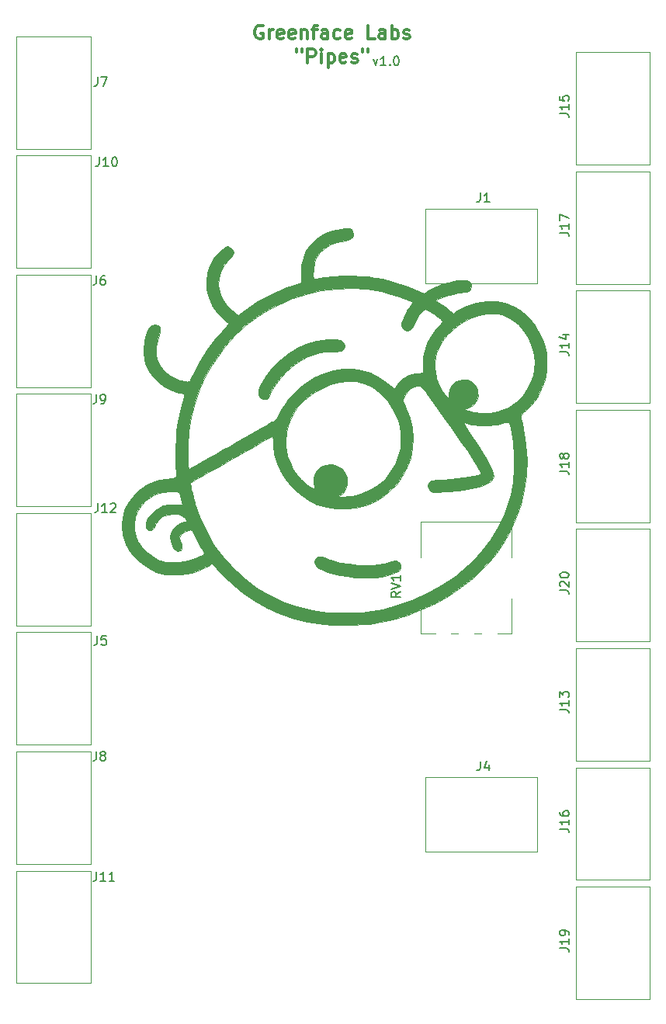
<source format=gbr>
%TF.GenerationSoftware,KiCad,Pcbnew,(6.0.1)*%
%TF.CreationDate,2023-03-08T05:11:40-08:00*%
%TF.ProjectId,pipes_main,70697065-735f-46d6-9169-6e2e6b696361,rev?*%
%TF.SameCoordinates,Original*%
%TF.FileFunction,Legend,Top*%
%TF.FilePolarity,Positive*%
%FSLAX46Y46*%
G04 Gerber Fmt 4.6, Leading zero omitted, Abs format (unit mm)*
G04 Created by KiCad (PCBNEW (6.0.1)) date 2023-03-08 05:11:40*
%MOMM*%
%LPD*%
G01*
G04 APERTURE LIST*
%ADD10C,0.150000*%
%ADD11C,0.300000*%
%ADD12C,0.120000*%
%ADD13C,0.010000*%
G04 APERTURE END LIST*
D10*
X79871428Y-44485714D02*
X80109523Y-45152380D01*
X80347619Y-44485714D01*
X81252380Y-45152380D02*
X80680952Y-45152380D01*
X80966666Y-45152380D02*
X80966666Y-44152380D01*
X80871428Y-44295238D01*
X80776190Y-44390476D01*
X80680952Y-44438095D01*
X81680952Y-45057142D02*
X81728571Y-45104761D01*
X81680952Y-45152380D01*
X81633333Y-45104761D01*
X81680952Y-45057142D01*
X81680952Y-45152380D01*
X82347619Y-44152380D02*
X82442857Y-44152380D01*
X82538095Y-44200000D01*
X82585714Y-44247619D01*
X82633333Y-44342857D01*
X82680952Y-44533333D01*
X82680952Y-44771428D01*
X82633333Y-44961904D01*
X82585714Y-45057142D01*
X82538095Y-45104761D01*
X82442857Y-45152380D01*
X82347619Y-45152380D01*
X82252380Y-45104761D01*
X82204761Y-45057142D01*
X82157142Y-44961904D01*
X82109523Y-44771428D01*
X82109523Y-44533333D01*
X82157142Y-44342857D01*
X82204761Y-44247619D01*
X82252380Y-44200000D01*
X82347619Y-44152380D01*
D11*
X67828571Y-40850000D02*
X67685714Y-40778571D01*
X67471428Y-40778571D01*
X67257142Y-40850000D01*
X67114285Y-40992857D01*
X67042857Y-41135714D01*
X66971428Y-41421428D01*
X66971428Y-41635714D01*
X67042857Y-41921428D01*
X67114285Y-42064285D01*
X67257142Y-42207142D01*
X67471428Y-42278571D01*
X67614285Y-42278571D01*
X67828571Y-42207142D01*
X67900000Y-42135714D01*
X67900000Y-41635714D01*
X67614285Y-41635714D01*
X68542857Y-42278571D02*
X68542857Y-41278571D01*
X68542857Y-41564285D02*
X68614285Y-41421428D01*
X68685714Y-41350000D01*
X68828571Y-41278571D01*
X68971428Y-41278571D01*
X70042857Y-42207142D02*
X69900000Y-42278571D01*
X69614285Y-42278571D01*
X69471428Y-42207142D01*
X69400000Y-42064285D01*
X69400000Y-41492857D01*
X69471428Y-41350000D01*
X69614285Y-41278571D01*
X69900000Y-41278571D01*
X70042857Y-41350000D01*
X70114285Y-41492857D01*
X70114285Y-41635714D01*
X69400000Y-41778571D01*
X71328571Y-42207142D02*
X71185714Y-42278571D01*
X70900000Y-42278571D01*
X70757142Y-42207142D01*
X70685714Y-42064285D01*
X70685714Y-41492857D01*
X70757142Y-41350000D01*
X70900000Y-41278571D01*
X71185714Y-41278571D01*
X71328571Y-41350000D01*
X71400000Y-41492857D01*
X71400000Y-41635714D01*
X70685714Y-41778571D01*
X72042857Y-41278571D02*
X72042857Y-42278571D01*
X72042857Y-41421428D02*
X72114285Y-41350000D01*
X72257142Y-41278571D01*
X72471428Y-41278571D01*
X72614285Y-41350000D01*
X72685714Y-41492857D01*
X72685714Y-42278571D01*
X73185714Y-41278571D02*
X73757142Y-41278571D01*
X73400000Y-42278571D02*
X73400000Y-40992857D01*
X73471428Y-40850000D01*
X73614285Y-40778571D01*
X73757142Y-40778571D01*
X74900000Y-42278571D02*
X74900000Y-41492857D01*
X74828571Y-41350000D01*
X74685714Y-41278571D01*
X74400000Y-41278571D01*
X74257142Y-41350000D01*
X74900000Y-42207142D02*
X74757142Y-42278571D01*
X74400000Y-42278571D01*
X74257142Y-42207142D01*
X74185714Y-42064285D01*
X74185714Y-41921428D01*
X74257142Y-41778571D01*
X74400000Y-41707142D01*
X74757142Y-41707142D01*
X74900000Y-41635714D01*
X76257142Y-42207142D02*
X76114285Y-42278571D01*
X75828571Y-42278571D01*
X75685714Y-42207142D01*
X75614285Y-42135714D01*
X75542857Y-41992857D01*
X75542857Y-41564285D01*
X75614285Y-41421428D01*
X75685714Y-41350000D01*
X75828571Y-41278571D01*
X76114285Y-41278571D01*
X76257142Y-41350000D01*
X77471428Y-42207142D02*
X77328571Y-42278571D01*
X77042857Y-42278571D01*
X76900000Y-42207142D01*
X76828571Y-42064285D01*
X76828571Y-41492857D01*
X76900000Y-41350000D01*
X77042857Y-41278571D01*
X77328571Y-41278571D01*
X77471428Y-41350000D01*
X77542857Y-41492857D01*
X77542857Y-41635714D01*
X76828571Y-41778571D01*
X80042857Y-42278571D02*
X79328571Y-42278571D01*
X79328571Y-40778571D01*
X81185714Y-42278571D02*
X81185714Y-41492857D01*
X81114285Y-41350000D01*
X80971428Y-41278571D01*
X80685714Y-41278571D01*
X80542857Y-41350000D01*
X81185714Y-42207142D02*
X81042857Y-42278571D01*
X80685714Y-42278571D01*
X80542857Y-42207142D01*
X80471428Y-42064285D01*
X80471428Y-41921428D01*
X80542857Y-41778571D01*
X80685714Y-41707142D01*
X81042857Y-41707142D01*
X81185714Y-41635714D01*
X81900000Y-42278571D02*
X81900000Y-40778571D01*
X81900000Y-41350000D02*
X82042857Y-41278571D01*
X82328571Y-41278571D01*
X82471428Y-41350000D01*
X82542857Y-41421428D01*
X82614285Y-41564285D01*
X82614285Y-41992857D01*
X82542857Y-42135714D01*
X82471428Y-42207142D01*
X82328571Y-42278571D01*
X82042857Y-42278571D01*
X81900000Y-42207142D01*
X83185714Y-42207142D02*
X83328571Y-42278571D01*
X83614285Y-42278571D01*
X83757142Y-42207142D01*
X83828571Y-42064285D01*
X83828571Y-41992857D01*
X83757142Y-41850000D01*
X83614285Y-41778571D01*
X83400000Y-41778571D01*
X83257142Y-41707142D01*
X83185714Y-41564285D01*
X83185714Y-41492857D01*
X83257142Y-41350000D01*
X83400000Y-41278571D01*
X83614285Y-41278571D01*
X83757142Y-41350000D01*
X71507142Y-43378571D02*
X71507142Y-43664285D01*
X72078571Y-43378571D02*
X72078571Y-43664285D01*
X72721428Y-44878571D02*
X72721428Y-43378571D01*
X73292857Y-43378571D01*
X73435714Y-43450000D01*
X73507142Y-43521428D01*
X73578571Y-43664285D01*
X73578571Y-43878571D01*
X73507142Y-44021428D01*
X73435714Y-44092857D01*
X73292857Y-44164285D01*
X72721428Y-44164285D01*
X74221428Y-44878571D02*
X74221428Y-43878571D01*
X74221428Y-43378571D02*
X74150000Y-43450000D01*
X74221428Y-43521428D01*
X74292857Y-43450000D01*
X74221428Y-43378571D01*
X74221428Y-43521428D01*
X74935714Y-43878571D02*
X74935714Y-45378571D01*
X74935714Y-43950000D02*
X75078571Y-43878571D01*
X75364285Y-43878571D01*
X75507142Y-43950000D01*
X75578571Y-44021428D01*
X75650000Y-44164285D01*
X75650000Y-44592857D01*
X75578571Y-44735714D01*
X75507142Y-44807142D01*
X75364285Y-44878571D01*
X75078571Y-44878571D01*
X74935714Y-44807142D01*
X76864285Y-44807142D02*
X76721428Y-44878571D01*
X76435714Y-44878571D01*
X76292857Y-44807142D01*
X76221428Y-44664285D01*
X76221428Y-44092857D01*
X76292857Y-43950000D01*
X76435714Y-43878571D01*
X76721428Y-43878571D01*
X76864285Y-43950000D01*
X76935714Y-44092857D01*
X76935714Y-44235714D01*
X76221428Y-44378571D01*
X77507142Y-44807142D02*
X77650000Y-44878571D01*
X77935714Y-44878571D01*
X78078571Y-44807142D01*
X78150000Y-44664285D01*
X78150000Y-44592857D01*
X78078571Y-44450000D01*
X77935714Y-44378571D01*
X77721428Y-44378571D01*
X77578571Y-44307142D01*
X77507142Y-44164285D01*
X77507142Y-44092857D01*
X77578571Y-43950000D01*
X77721428Y-43878571D01*
X77935714Y-43878571D01*
X78078571Y-43950000D01*
X78721428Y-43378571D02*
X78721428Y-43664285D01*
X79292857Y-43378571D02*
X79292857Y-43664285D01*
D10*
%TO.C,J16*%
X100202380Y-128409523D02*
X100916666Y-128409523D01*
X101059523Y-128457142D01*
X101154761Y-128552380D01*
X101202380Y-128695238D01*
X101202380Y-128790476D01*
X101202380Y-127409523D02*
X101202380Y-127980952D01*
X101202380Y-127695238D02*
X100202380Y-127695238D01*
X100345238Y-127790476D01*
X100440476Y-127885714D01*
X100488095Y-127980952D01*
X100202380Y-126552380D02*
X100202380Y-126742857D01*
X100250000Y-126838095D01*
X100297619Y-126885714D01*
X100440476Y-126980952D01*
X100630952Y-127028571D01*
X101011904Y-127028571D01*
X101107142Y-126980952D01*
X101154761Y-126933333D01*
X101202380Y-126838095D01*
X101202380Y-126647619D01*
X101154761Y-126552380D01*
X101107142Y-126504761D01*
X101011904Y-126457142D01*
X100773809Y-126457142D01*
X100678571Y-126504761D01*
X100630952Y-126552380D01*
X100583333Y-126647619D01*
X100583333Y-126838095D01*
X100630952Y-126933333D01*
X100678571Y-126980952D01*
X100773809Y-127028571D01*
%TO.C,J14*%
X100202380Y-76409523D02*
X100916666Y-76409523D01*
X101059523Y-76457142D01*
X101154761Y-76552380D01*
X101202380Y-76695238D01*
X101202380Y-76790476D01*
X101202380Y-75409523D02*
X101202380Y-75980952D01*
X101202380Y-75695238D02*
X100202380Y-75695238D01*
X100345238Y-75790476D01*
X100440476Y-75885714D01*
X100488095Y-75980952D01*
X100535714Y-74552380D02*
X101202380Y-74552380D01*
X100154761Y-74790476D02*
X100869047Y-75028571D01*
X100869047Y-74409523D01*
%TO.C,RV1*%
X82822380Y-102575238D02*
X82346190Y-102908571D01*
X82822380Y-103146666D02*
X81822380Y-103146666D01*
X81822380Y-102765714D01*
X81870000Y-102670476D01*
X81917619Y-102622857D01*
X82012857Y-102575238D01*
X82155714Y-102575238D01*
X82250952Y-102622857D01*
X82298571Y-102670476D01*
X82346190Y-102765714D01*
X82346190Y-103146666D01*
X81822380Y-102289523D02*
X82822380Y-101956190D01*
X81822380Y-101622857D01*
X82822380Y-100765714D02*
X82822380Y-101337142D01*
X82822380Y-101051428D02*
X81822380Y-101051428D01*
X81965238Y-101146666D01*
X82060476Y-101241904D01*
X82108095Y-101337142D01*
%TO.C,J9*%
X49666666Y-81052380D02*
X49666666Y-81766666D01*
X49619047Y-81909523D01*
X49523809Y-82004761D01*
X49380952Y-82052380D01*
X49285714Y-82052380D01*
X50190476Y-82052380D02*
X50380952Y-82052380D01*
X50476190Y-82004761D01*
X50523809Y-81957142D01*
X50619047Y-81814285D01*
X50666666Y-81623809D01*
X50666666Y-81242857D01*
X50619047Y-81147619D01*
X50571428Y-81100000D01*
X50476190Y-81052380D01*
X50285714Y-81052380D01*
X50190476Y-81100000D01*
X50142857Y-81147619D01*
X50095238Y-81242857D01*
X50095238Y-81480952D01*
X50142857Y-81576190D01*
X50190476Y-81623809D01*
X50285714Y-81671428D01*
X50476190Y-81671428D01*
X50571428Y-81623809D01*
X50619047Y-81576190D01*
X50666666Y-81480952D01*
%TO.C,J15*%
X100202380Y-50409523D02*
X100916666Y-50409523D01*
X101059523Y-50457142D01*
X101154761Y-50552380D01*
X101202380Y-50695238D01*
X101202380Y-50790476D01*
X101202380Y-49409523D02*
X101202380Y-49980952D01*
X101202380Y-49695238D02*
X100202380Y-49695238D01*
X100345238Y-49790476D01*
X100440476Y-49885714D01*
X100488095Y-49980952D01*
X100202380Y-48504761D02*
X100202380Y-48980952D01*
X100678571Y-49028571D01*
X100630952Y-48980952D01*
X100583333Y-48885714D01*
X100583333Y-48647619D01*
X100630952Y-48552380D01*
X100678571Y-48504761D01*
X100773809Y-48457142D01*
X101011904Y-48457142D01*
X101107142Y-48504761D01*
X101154761Y-48552380D01*
X101202380Y-48647619D01*
X101202380Y-48885714D01*
X101154761Y-48980952D01*
X101107142Y-49028571D01*
%TO.C,J19*%
X100202380Y-141409523D02*
X100916666Y-141409523D01*
X101059523Y-141457142D01*
X101154761Y-141552380D01*
X101202380Y-141695238D01*
X101202380Y-141790476D01*
X101202380Y-140409523D02*
X101202380Y-140980952D01*
X101202380Y-140695238D02*
X100202380Y-140695238D01*
X100345238Y-140790476D01*
X100440476Y-140885714D01*
X100488095Y-140980952D01*
X101202380Y-139933333D02*
X101202380Y-139742857D01*
X101154761Y-139647619D01*
X101107142Y-139600000D01*
X100964285Y-139504761D01*
X100773809Y-139457142D01*
X100392857Y-139457142D01*
X100297619Y-139504761D01*
X100250000Y-139552380D01*
X100202380Y-139647619D01*
X100202380Y-139838095D01*
X100250000Y-139933333D01*
X100297619Y-139980952D01*
X100392857Y-140028571D01*
X100630952Y-140028571D01*
X100726190Y-139980952D01*
X100773809Y-139933333D01*
X100821428Y-139838095D01*
X100821428Y-139647619D01*
X100773809Y-139552380D01*
X100726190Y-139504761D01*
X100630952Y-139457142D01*
%TO.C,J13*%
X100202380Y-115409523D02*
X100916666Y-115409523D01*
X101059523Y-115457142D01*
X101154761Y-115552380D01*
X101202380Y-115695238D01*
X101202380Y-115790476D01*
X101202380Y-114409523D02*
X101202380Y-114980952D01*
X101202380Y-114695238D02*
X100202380Y-114695238D01*
X100345238Y-114790476D01*
X100440476Y-114885714D01*
X100488095Y-114980952D01*
X100202380Y-114076190D02*
X100202380Y-113457142D01*
X100583333Y-113790476D01*
X100583333Y-113647619D01*
X100630952Y-113552380D01*
X100678571Y-113504761D01*
X100773809Y-113457142D01*
X101011904Y-113457142D01*
X101107142Y-113504761D01*
X101154761Y-113552380D01*
X101202380Y-113647619D01*
X101202380Y-113933333D01*
X101154761Y-114028571D01*
X101107142Y-114076190D01*
%TO.C,J7*%
X49816666Y-46402380D02*
X49816666Y-47116666D01*
X49769047Y-47259523D01*
X49673809Y-47354761D01*
X49530952Y-47402380D01*
X49435714Y-47402380D01*
X50197619Y-46402380D02*
X50864285Y-46402380D01*
X50435714Y-47402380D01*
%TO.C,J20*%
X100202380Y-102409523D02*
X100916666Y-102409523D01*
X101059523Y-102457142D01*
X101154761Y-102552380D01*
X101202380Y-102695238D01*
X101202380Y-102790476D01*
X100297619Y-101980952D02*
X100250000Y-101933333D01*
X100202380Y-101838095D01*
X100202380Y-101600000D01*
X100250000Y-101504761D01*
X100297619Y-101457142D01*
X100392857Y-101409523D01*
X100488095Y-101409523D01*
X100630952Y-101457142D01*
X101202380Y-102028571D01*
X101202380Y-101409523D01*
X100202380Y-100790476D02*
X100202380Y-100695238D01*
X100250000Y-100600000D01*
X100297619Y-100552380D01*
X100392857Y-100504761D01*
X100583333Y-100457142D01*
X100821428Y-100457142D01*
X101011904Y-100504761D01*
X101107142Y-100552380D01*
X101154761Y-100600000D01*
X101202380Y-100695238D01*
X101202380Y-100790476D01*
X101154761Y-100885714D01*
X101107142Y-100933333D01*
X101011904Y-100980952D01*
X100821428Y-101028571D01*
X100583333Y-101028571D01*
X100392857Y-100980952D01*
X100297619Y-100933333D01*
X100250000Y-100885714D01*
X100202380Y-100790476D01*
%TO.C,J12*%
X49840476Y-92902380D02*
X49840476Y-93616666D01*
X49792857Y-93759523D01*
X49697619Y-93854761D01*
X49554761Y-93902380D01*
X49459523Y-93902380D01*
X50840476Y-93902380D02*
X50269047Y-93902380D01*
X50554761Y-93902380D02*
X50554761Y-92902380D01*
X50459523Y-93045238D01*
X50364285Y-93140476D01*
X50269047Y-93188095D01*
X51221428Y-92997619D02*
X51269047Y-92950000D01*
X51364285Y-92902380D01*
X51602380Y-92902380D01*
X51697619Y-92950000D01*
X51745238Y-92997619D01*
X51792857Y-93092857D01*
X51792857Y-93188095D01*
X51745238Y-93330952D01*
X51173809Y-93902380D01*
X51792857Y-93902380D01*
%TO.C,J5*%
X49766666Y-107352380D02*
X49766666Y-108066666D01*
X49719047Y-108209523D01*
X49623809Y-108304761D01*
X49480952Y-108352380D01*
X49385714Y-108352380D01*
X50719047Y-107352380D02*
X50242857Y-107352380D01*
X50195238Y-107828571D01*
X50242857Y-107780952D01*
X50338095Y-107733333D01*
X50576190Y-107733333D01*
X50671428Y-107780952D01*
X50719047Y-107828571D01*
X50766666Y-107923809D01*
X50766666Y-108161904D01*
X50719047Y-108257142D01*
X50671428Y-108304761D01*
X50576190Y-108352380D01*
X50338095Y-108352380D01*
X50242857Y-108304761D01*
X50195238Y-108257142D01*
%TO.C,J10*%
X49990476Y-55152380D02*
X49990476Y-55866666D01*
X49942857Y-56009523D01*
X49847619Y-56104761D01*
X49704761Y-56152380D01*
X49609523Y-56152380D01*
X50990476Y-56152380D02*
X50419047Y-56152380D01*
X50704761Y-56152380D02*
X50704761Y-55152380D01*
X50609523Y-55295238D01*
X50514285Y-55390476D01*
X50419047Y-55438095D01*
X51609523Y-55152380D02*
X51704761Y-55152380D01*
X51800000Y-55200000D01*
X51847619Y-55247619D01*
X51895238Y-55342857D01*
X51942857Y-55533333D01*
X51942857Y-55771428D01*
X51895238Y-55961904D01*
X51847619Y-56057142D01*
X51800000Y-56104761D01*
X51704761Y-56152380D01*
X51609523Y-56152380D01*
X51514285Y-56104761D01*
X51466666Y-56057142D01*
X51419047Y-55961904D01*
X51371428Y-55771428D01*
X51371428Y-55533333D01*
X51419047Y-55342857D01*
X51466666Y-55247619D01*
X51514285Y-55200000D01*
X51609523Y-55152380D01*
%TO.C,J4*%
X91566666Y-121052380D02*
X91566666Y-121766666D01*
X91519047Y-121909523D01*
X91423809Y-122004761D01*
X91280952Y-122052380D01*
X91185714Y-122052380D01*
X92471428Y-121385714D02*
X92471428Y-122052380D01*
X92233333Y-121004761D02*
X91995238Y-121719047D01*
X92614285Y-121719047D01*
%TO.C,J11*%
X49690476Y-133102380D02*
X49690476Y-133816666D01*
X49642857Y-133959523D01*
X49547619Y-134054761D01*
X49404761Y-134102380D01*
X49309523Y-134102380D01*
X50690476Y-134102380D02*
X50119047Y-134102380D01*
X50404761Y-134102380D02*
X50404761Y-133102380D01*
X50309523Y-133245238D01*
X50214285Y-133340476D01*
X50119047Y-133388095D01*
X51642857Y-134102380D02*
X51071428Y-134102380D01*
X51357142Y-134102380D02*
X51357142Y-133102380D01*
X51261904Y-133245238D01*
X51166666Y-133340476D01*
X51071428Y-133388095D01*
%TO.C,J18*%
X100202380Y-89409523D02*
X100916666Y-89409523D01*
X101059523Y-89457142D01*
X101154761Y-89552380D01*
X101202380Y-89695238D01*
X101202380Y-89790476D01*
X101202380Y-88409523D02*
X101202380Y-88980952D01*
X101202380Y-88695238D02*
X100202380Y-88695238D01*
X100345238Y-88790476D01*
X100440476Y-88885714D01*
X100488095Y-88980952D01*
X100630952Y-87838095D02*
X100583333Y-87933333D01*
X100535714Y-87980952D01*
X100440476Y-88028571D01*
X100392857Y-88028571D01*
X100297619Y-87980952D01*
X100250000Y-87933333D01*
X100202380Y-87838095D01*
X100202380Y-87647619D01*
X100250000Y-87552380D01*
X100297619Y-87504761D01*
X100392857Y-87457142D01*
X100440476Y-87457142D01*
X100535714Y-87504761D01*
X100583333Y-87552380D01*
X100630952Y-87647619D01*
X100630952Y-87838095D01*
X100678571Y-87933333D01*
X100726190Y-87980952D01*
X100821428Y-88028571D01*
X101011904Y-88028571D01*
X101107142Y-87980952D01*
X101154761Y-87933333D01*
X101202380Y-87838095D01*
X101202380Y-87647619D01*
X101154761Y-87552380D01*
X101107142Y-87504761D01*
X101011904Y-87457142D01*
X100821428Y-87457142D01*
X100726190Y-87504761D01*
X100678571Y-87552380D01*
X100630952Y-87647619D01*
%TO.C,J1*%
X91566666Y-59052380D02*
X91566666Y-59766666D01*
X91519047Y-59909523D01*
X91423809Y-60004761D01*
X91280952Y-60052380D01*
X91185714Y-60052380D01*
X92566666Y-60052380D02*
X91995238Y-60052380D01*
X92280952Y-60052380D02*
X92280952Y-59052380D01*
X92185714Y-59195238D01*
X92090476Y-59290476D01*
X91995238Y-59338095D01*
%TO.C,J8*%
X49666666Y-120002380D02*
X49666666Y-120716666D01*
X49619047Y-120859523D01*
X49523809Y-120954761D01*
X49380952Y-121002380D01*
X49285714Y-121002380D01*
X50285714Y-120430952D02*
X50190476Y-120383333D01*
X50142857Y-120335714D01*
X50095238Y-120240476D01*
X50095238Y-120192857D01*
X50142857Y-120097619D01*
X50190476Y-120050000D01*
X50285714Y-120002380D01*
X50476190Y-120002380D01*
X50571428Y-120050000D01*
X50619047Y-120097619D01*
X50666666Y-120192857D01*
X50666666Y-120240476D01*
X50619047Y-120335714D01*
X50571428Y-120383333D01*
X50476190Y-120430952D01*
X50285714Y-120430952D01*
X50190476Y-120478571D01*
X50142857Y-120526190D01*
X50095238Y-120621428D01*
X50095238Y-120811904D01*
X50142857Y-120907142D01*
X50190476Y-120954761D01*
X50285714Y-121002380D01*
X50476190Y-121002380D01*
X50571428Y-120954761D01*
X50619047Y-120907142D01*
X50666666Y-120811904D01*
X50666666Y-120621428D01*
X50619047Y-120526190D01*
X50571428Y-120478571D01*
X50476190Y-120430952D01*
%TO.C,J6*%
X49666666Y-68102380D02*
X49666666Y-68816666D01*
X49619047Y-68959523D01*
X49523809Y-69054761D01*
X49380952Y-69102380D01*
X49285714Y-69102380D01*
X50571428Y-68102380D02*
X50380952Y-68102380D01*
X50285714Y-68150000D01*
X50238095Y-68197619D01*
X50142857Y-68340476D01*
X50095238Y-68530952D01*
X50095238Y-68911904D01*
X50142857Y-69007142D01*
X50190476Y-69054761D01*
X50285714Y-69102380D01*
X50476190Y-69102380D01*
X50571428Y-69054761D01*
X50619047Y-69007142D01*
X50666666Y-68911904D01*
X50666666Y-68673809D01*
X50619047Y-68578571D01*
X50571428Y-68530952D01*
X50476190Y-68483333D01*
X50285714Y-68483333D01*
X50190476Y-68530952D01*
X50142857Y-68578571D01*
X50095238Y-68673809D01*
%TO.C,J17*%
X100202380Y-63409523D02*
X100916666Y-63409523D01*
X101059523Y-63457142D01*
X101154761Y-63552380D01*
X101202380Y-63695238D01*
X101202380Y-63790476D01*
X101202380Y-62409523D02*
X101202380Y-62980952D01*
X101202380Y-62695238D02*
X100202380Y-62695238D01*
X100345238Y-62790476D01*
X100440476Y-62885714D01*
X100488095Y-62980952D01*
X100202380Y-62076190D02*
X100202380Y-61409523D01*
X101202380Y-61838095D01*
D12*
%TO.C,J16*%
X101950000Y-121720000D02*
X110050000Y-121720000D01*
X101950000Y-133980000D02*
X101950000Y-121720000D01*
X110050000Y-133980000D02*
X101950000Y-133980000D01*
X110050000Y-133980000D02*
X110050000Y-121720000D01*
%TO.C,J14*%
X110050000Y-81980000D02*
X101950000Y-81980000D01*
X101950000Y-69720000D02*
X110050000Y-69720000D01*
X110050000Y-81980000D02*
X110050000Y-69720000D01*
X101950000Y-81980000D02*
X101950000Y-69720000D01*
%TO.C,RV1*%
X85050000Y-98775000D02*
X85050000Y-94910000D01*
X94990000Y-98775000D02*
X94990000Y-94910000D01*
X85050000Y-107150000D02*
X85050000Y-103285000D01*
X85050000Y-94910000D02*
X94990000Y-94910000D01*
X90891000Y-107150000D02*
X91650000Y-107150000D01*
X93390000Y-107150000D02*
X94990000Y-107150000D01*
X94990000Y-107150000D02*
X94990000Y-103285000D01*
X88391000Y-107150000D02*
X89150000Y-107150000D01*
X85050000Y-107150000D02*
X86649000Y-107150000D01*
%TO.C,J9*%
X40950000Y-80980000D02*
X40950000Y-93240000D01*
X40950000Y-80980000D02*
X49050000Y-80980000D01*
X49050000Y-80980000D02*
X49050000Y-93240000D01*
X49050000Y-93240000D02*
X40950000Y-93240000D01*
%TO.C,J15*%
X101950000Y-55980000D02*
X101950000Y-43720000D01*
X110050000Y-55980000D02*
X101950000Y-55980000D01*
X101950000Y-43720000D02*
X110050000Y-43720000D01*
X110050000Y-55980000D02*
X110050000Y-43720000D01*
%TO.C,J19*%
X110050000Y-146980000D02*
X110050000Y-134720000D01*
X101950000Y-146980000D02*
X101950000Y-134720000D01*
X110050000Y-146980000D02*
X101950000Y-146980000D01*
X101950000Y-134720000D02*
X110050000Y-134720000D01*
%TO.C,J13*%
X110050000Y-120980000D02*
X110050000Y-108720000D01*
X101950000Y-120980000D02*
X101950000Y-108720000D01*
X101950000Y-108720000D02*
X110050000Y-108720000D01*
X110050000Y-120980000D02*
X101950000Y-120980000D01*
D13*
%TO.C,GR2*%
X77269503Y-62911883D02*
X77400006Y-62979883D01*
X77400006Y-62979883D02*
X77471080Y-63044414D01*
X77471080Y-63044414D02*
X77614392Y-63295594D01*
X77614392Y-63295594D02*
X77645831Y-63605427D01*
X77645831Y-63605427D02*
X77561081Y-63901776D01*
X77561081Y-63901776D02*
X77525799Y-63958881D01*
X77525799Y-63958881D02*
X77384111Y-64079615D01*
X77384111Y-64079615D02*
X77131825Y-64172777D01*
X77131825Y-64172777D02*
X76827299Y-64236348D01*
X76827299Y-64236348D02*
X75919650Y-64442105D01*
X75919650Y-64442105D02*
X75157163Y-64725399D01*
X75157163Y-64725399D02*
X74532199Y-65090793D01*
X74532199Y-65090793D02*
X74037118Y-65542849D01*
X74037118Y-65542849D02*
X73664281Y-66086130D01*
X73664281Y-66086130D02*
X73634808Y-66142918D01*
X73634808Y-66142918D02*
X73438272Y-66677913D01*
X73438272Y-66677913D02*
X73327493Y-67314117D01*
X73327493Y-67314117D02*
X73310347Y-68002376D01*
X73310347Y-68002376D02*
X73317500Y-68123684D01*
X73317500Y-68123684D02*
X73340107Y-68351607D01*
X73340107Y-68351607D02*
X73388957Y-68450266D01*
X73388957Y-68450266D02*
X73501413Y-68459362D01*
X73501413Y-68459362D02*
X73613833Y-68438573D01*
X73613833Y-68438573D02*
X74525179Y-68287702D01*
X74525179Y-68287702D02*
X75528457Y-68178970D01*
X75528457Y-68178970D02*
X76573700Y-68114303D01*
X76573700Y-68114303D02*
X77610946Y-68095629D01*
X77610946Y-68095629D02*
X78590229Y-68124875D01*
X78590229Y-68124875D02*
X79461586Y-68203969D01*
X79461586Y-68203969D02*
X79514000Y-68210978D01*
X79514000Y-68210978D02*
X80894357Y-68456654D01*
X80894357Y-68456654D02*
X82273075Y-68810305D01*
X82273075Y-68810305D02*
X83595199Y-69256040D01*
X83595199Y-69256040D02*
X84610625Y-69684742D01*
X84610625Y-69684742D02*
X84987517Y-69856055D01*
X84987517Y-69856055D02*
X85242077Y-69957087D01*
X85242077Y-69957087D02*
X85402052Y-69995975D01*
X85402052Y-69995975D02*
X85495190Y-69980856D01*
X85495190Y-69980856D02*
X85527132Y-69953499D01*
X85527132Y-69953499D02*
X85650784Y-69860753D01*
X85650784Y-69860753D02*
X85893003Y-69719993D01*
X85893003Y-69719993D02*
X86216578Y-69549593D01*
X86216578Y-69549593D02*
X86584302Y-69367930D01*
X86584302Y-69367930D02*
X86958964Y-69193377D01*
X86958964Y-69193377D02*
X87303355Y-69044311D01*
X87303355Y-69044311D02*
X87580266Y-68939106D01*
X87580266Y-68939106D02*
X87583373Y-68938070D01*
X87583373Y-68938070D02*
X88054772Y-68804927D01*
X88054772Y-68804927D02*
X88593420Y-68689739D01*
X88593420Y-68689739D02*
X89131139Y-68604589D01*
X89131139Y-68604589D02*
X89599751Y-68561564D01*
X89599751Y-68561564D02*
X89723781Y-68558667D01*
X89723781Y-68558667D02*
X90045670Y-68579569D01*
X90045670Y-68579569D02*
X90255098Y-68651678D01*
X90255098Y-68651678D02*
X90349180Y-68725847D01*
X90349180Y-68725847D02*
X90541111Y-69009204D01*
X90541111Y-69009204D02*
X90573482Y-69302220D01*
X90573482Y-69302220D02*
X90459579Y-69560173D01*
X90459579Y-69560173D02*
X90355755Y-69677913D01*
X90355755Y-69677913D02*
X90226026Y-69766021D01*
X90226026Y-69766021D02*
X90038594Y-69834558D01*
X90038594Y-69834558D02*
X89761660Y-69893586D01*
X89761660Y-69893586D02*
X89363426Y-69953165D01*
X89363426Y-69953165D02*
X89115406Y-69985478D01*
X89115406Y-69985478D02*
X88612261Y-70074184D01*
X88612261Y-70074184D02*
X88080497Y-70209450D01*
X88080497Y-70209450D02*
X87574359Y-70374339D01*
X87574359Y-70374339D02*
X87148094Y-70551908D01*
X87148094Y-70551908D02*
X86943121Y-70663834D01*
X86943121Y-70663834D02*
X86689830Y-70824207D01*
X86689830Y-70824207D02*
X87229415Y-71187079D01*
X87229415Y-71187079D02*
X87565050Y-71421676D01*
X87565050Y-71421676D02*
X87910063Y-71676886D01*
X87910063Y-71676886D02*
X88168477Y-71880274D01*
X88168477Y-71880274D02*
X88567954Y-72210598D01*
X88567954Y-72210598D02*
X89061701Y-71921221D01*
X89061701Y-71921221D02*
X90079817Y-71414742D01*
X90079817Y-71414742D02*
X91129102Y-71072805D01*
X91129102Y-71072805D02*
X92222006Y-70891656D01*
X92222006Y-70891656D02*
X92553725Y-70868422D01*
X92553725Y-70868422D02*
X93243423Y-70863771D01*
X93243423Y-70863771D02*
X93839864Y-70933442D01*
X93839864Y-70933442D02*
X94407790Y-71090854D01*
X94407790Y-71090854D02*
X95011946Y-71349426D01*
X95011946Y-71349426D02*
X95111109Y-71398476D01*
X95111109Y-71398476D02*
X95959914Y-71917776D01*
X95959914Y-71917776D02*
X96722868Y-72574953D01*
X96722868Y-72574953D02*
X97389630Y-73356320D01*
X97389630Y-73356320D02*
X97949862Y-74248191D01*
X97949862Y-74248191D02*
X98393224Y-75236877D01*
X98393224Y-75236877D02*
X98658246Y-76094000D01*
X98658246Y-76094000D02*
X98735827Y-76551859D01*
X98735827Y-76551859D02*
X98775783Y-77120392D01*
X98775783Y-77120392D02*
X98779339Y-77745458D01*
X98779339Y-77745458D02*
X98747718Y-78372915D01*
X98747718Y-78372915D02*
X98682146Y-78948620D01*
X98682146Y-78948620D02*
X98583845Y-79418432D01*
X98583845Y-79418432D02*
X98583013Y-79421331D01*
X98583013Y-79421331D02*
X98212735Y-80431232D01*
X98212735Y-80431232D02*
X97706235Y-81349890D01*
X97706235Y-81349890D02*
X97053862Y-82192889D01*
X97053862Y-82192889D02*
X96547464Y-82707233D01*
X96547464Y-82707233D02*
X96244262Y-82996674D01*
X96244262Y-82996674D02*
X96052265Y-83201223D01*
X96052265Y-83201223D02*
X95953118Y-83345018D01*
X95953118Y-83345018D02*
X95928466Y-83452202D01*
X95928466Y-83452202D02*
X95940475Y-83505538D01*
X95940475Y-83505538D02*
X95981755Y-83652223D01*
X95981755Y-83652223D02*
X96047166Y-83926645D01*
X96047166Y-83926645D02*
X96127940Y-84290434D01*
X96127940Y-84290434D02*
X96215307Y-84705221D01*
X96215307Y-84705221D02*
X96221040Y-84733205D01*
X96221040Y-84733205D02*
X96495990Y-86458976D01*
X96495990Y-86458976D02*
X96606356Y-88146765D01*
X96606356Y-88146765D02*
X96551657Y-89800354D01*
X96551657Y-89800354D02*
X96331410Y-91423525D01*
X96331410Y-91423525D02*
X95945133Y-93020060D01*
X95945133Y-93020060D02*
X95392346Y-94593740D01*
X95392346Y-94593740D02*
X94798444Y-95901792D01*
X94798444Y-95901792D02*
X94009811Y-97288260D01*
X94009811Y-97288260D02*
X93072694Y-98606169D01*
X93072694Y-98606169D02*
X91996937Y-99847001D01*
X91996937Y-99847001D02*
X90792385Y-101002241D01*
X90792385Y-101002241D02*
X89468885Y-102063375D01*
X89468885Y-102063375D02*
X88036281Y-103021884D01*
X88036281Y-103021884D02*
X86504418Y-103869255D01*
X86504418Y-103869255D02*
X84883142Y-104596972D01*
X84883142Y-104596972D02*
X84631392Y-104695844D01*
X84631392Y-104695844D02*
X83688889Y-105045558D01*
X83688889Y-105045558D02*
X82837141Y-105328853D01*
X82837141Y-105328853D02*
X82018914Y-105561616D01*
X82018914Y-105561616D02*
X81176978Y-105759733D01*
X81176978Y-105759733D02*
X80254101Y-105939088D01*
X80254101Y-105939088D02*
X79979667Y-105987036D01*
X79979667Y-105987036D02*
X79362970Y-106070349D01*
X79362970Y-106070349D02*
X78622576Y-106134675D01*
X78622576Y-106134675D02*
X77803166Y-106178983D01*
X77803166Y-106178983D02*
X76949422Y-106202241D01*
X76949422Y-106202241D02*
X76106024Y-106203419D01*
X76106024Y-106203419D02*
X75317655Y-106181484D01*
X75317655Y-106181484D02*
X74628995Y-106135406D01*
X74628995Y-106135406D02*
X74434000Y-106115047D01*
X74434000Y-106115047D02*
X72715051Y-105835511D01*
X72715051Y-105835511D02*
X71035047Y-105403539D01*
X71035047Y-105403539D02*
X69417866Y-104826145D01*
X69417866Y-104826145D02*
X68259141Y-104301174D01*
X68259141Y-104301174D02*
X66897233Y-103551518D01*
X66897233Y-103551518D02*
X65634588Y-102703241D01*
X65634588Y-102703241D02*
X64446564Y-101736970D01*
X64446564Y-101736970D02*
X63308522Y-100633330D01*
X63308522Y-100633330D02*
X62599885Y-99851578D01*
X62599885Y-99851578D02*
X62402874Y-99631122D01*
X62402874Y-99631122D02*
X62277761Y-99522385D01*
X62277761Y-99522385D02*
X62189119Y-99506105D01*
X62189119Y-99506105D02*
X62101521Y-99563025D01*
X62101521Y-99563025D02*
X62089265Y-99573979D01*
X62089265Y-99573979D02*
X61892231Y-99707944D01*
X61892231Y-99707944D02*
X61575391Y-99874568D01*
X61575391Y-99874568D02*
X61180422Y-100055538D01*
X61180422Y-100055538D02*
X60748997Y-100232539D01*
X60748997Y-100232539D02*
X60322791Y-100387259D01*
X60322791Y-100387259D02*
X60034971Y-100476721D01*
X60034971Y-100476721D02*
X59488612Y-100596228D01*
X59488612Y-100596228D02*
X58865899Y-100677272D01*
X58865899Y-100677272D02*
X58226512Y-100716170D01*
X58226512Y-100716170D02*
X57630134Y-100709237D01*
X57630134Y-100709237D02*
X57147706Y-100654955D01*
X57147706Y-100654955D02*
X56218173Y-100407928D01*
X56218173Y-100407928D02*
X55380413Y-100031636D01*
X55380413Y-100031636D02*
X54611536Y-99513298D01*
X54611536Y-99513298D02*
X53888654Y-98840130D01*
X53888654Y-98840130D02*
X53878514Y-98829292D01*
X53878514Y-98829292D02*
X53305260Y-98124571D01*
X53305260Y-98124571D02*
X52886860Y-97396206D01*
X52886860Y-97396206D02*
X52608865Y-96617194D01*
X52608865Y-96617194D02*
X52543347Y-96333940D01*
X52543347Y-96333940D02*
X52443161Y-95431014D01*
X52443161Y-95431014D02*
X52468768Y-95090527D01*
X52468768Y-95090527D02*
X53803857Y-95090527D01*
X53803857Y-95090527D02*
X53808908Y-95789248D01*
X53808908Y-95789248D02*
X53957758Y-96488491D01*
X53957758Y-96488491D02*
X54260785Y-97171011D01*
X54260785Y-97171011D02*
X54298202Y-97234742D01*
X54298202Y-97234742D02*
X54683976Y-97755622D01*
X54683976Y-97755622D02*
X55183753Y-98248889D01*
X55183753Y-98248889D02*
X55756051Y-98684025D01*
X55756051Y-98684025D02*
X56359388Y-99030513D01*
X56359388Y-99030513D02*
X56952281Y-99257834D01*
X56952281Y-99257834D02*
X57095731Y-99292834D01*
X57095731Y-99292834D02*
X57530590Y-99346486D01*
X57530590Y-99346486D02*
X58068566Y-99355860D01*
X58068566Y-99355860D02*
X58650499Y-99325054D01*
X58650499Y-99325054D02*
X59217232Y-99258166D01*
X59217232Y-99258166D02*
X59709604Y-99159293D01*
X59709604Y-99159293D02*
X59913667Y-99097645D01*
X59913667Y-99097645D02*
X60512544Y-98875003D01*
X60512544Y-98875003D02*
X60960920Y-98684746D01*
X60960920Y-98684746D02*
X61253601Y-98529235D01*
X61253601Y-98529235D02*
X61368247Y-98436304D01*
X61368247Y-98436304D02*
X61400515Y-98341060D01*
X61400515Y-98341060D02*
X61360878Y-98189808D01*
X61360878Y-98189808D02*
X61238119Y-97951190D01*
X61238119Y-97951190D02*
X61129408Y-97768570D01*
X61129408Y-97768570D02*
X60930929Y-97429811D01*
X60930929Y-97429811D02*
X60699689Y-97014124D01*
X60699689Y-97014124D02*
X60477268Y-96596725D01*
X60477268Y-96596725D02*
X60418713Y-96482879D01*
X60418713Y-96482879D02*
X60244670Y-96145946D01*
X60244670Y-96145946D02*
X60122979Y-95935321D01*
X60122979Y-95935321D02*
X60030507Y-95825739D01*
X60030507Y-95825739D02*
X59944120Y-95791930D01*
X59944120Y-95791930D02*
X59840684Y-95808627D01*
X59840684Y-95808627D02*
X59809685Y-95817662D01*
X59809685Y-95817662D02*
X59409125Y-95956829D01*
X59409125Y-95956829D02*
X59126866Y-96105703D01*
X59126866Y-96105703D02*
X58967781Y-96233672D01*
X58967781Y-96233672D02*
X58771522Y-96483301D01*
X58771522Y-96483301D02*
X58725639Y-96741119D01*
X58725639Y-96741119D02*
X58824314Y-97049272D01*
X58824314Y-97049272D02*
X58848552Y-97097331D01*
X58848552Y-97097331D02*
X59000249Y-97488858D01*
X59000249Y-97488858D02*
X59007223Y-97800862D01*
X59007223Y-97800862D02*
X58869632Y-98029374D01*
X58869632Y-98029374D02*
X58809532Y-98075058D01*
X58809532Y-98075058D02*
X58567687Y-98161773D01*
X58567687Y-98161773D02*
X58339597Y-98090244D01*
X58339597Y-98090244D02*
X58118296Y-97856437D01*
X58118296Y-97856437D02*
X57957372Y-97581649D01*
X57957372Y-97581649D02*
X57765255Y-97040576D01*
X57765255Y-97040576D02*
X57737730Y-96517239D01*
X57737730Y-96517239D02*
X57870438Y-96028267D01*
X57870438Y-96028267D02*
X58159020Y-95590294D01*
X58159020Y-95590294D02*
X58571707Y-95237844D01*
X58571707Y-95237844D02*
X58800229Y-95093535D01*
X58800229Y-95093535D02*
X58972027Y-94997943D01*
X58972027Y-94997943D02*
X59033671Y-94974667D01*
X59033671Y-94974667D02*
X59153053Y-94947131D01*
X59153053Y-94947131D02*
X59328571Y-94887122D01*
X59328571Y-94887122D02*
X59558832Y-94799577D01*
X59558832Y-94799577D02*
X59312916Y-94538027D01*
X59312916Y-94538027D02*
X58978732Y-94261849D01*
X58978732Y-94261849D02*
X58587422Y-94102610D01*
X58587422Y-94102610D02*
X58096905Y-94044351D01*
X58096905Y-94044351D02*
X58008572Y-94043334D01*
X58008572Y-94043334D02*
X57416494Y-94121871D01*
X57416494Y-94121871D02*
X56894309Y-94349978D01*
X56894309Y-94349978D02*
X56458919Y-94716392D01*
X56458919Y-94716392D02*
X56127228Y-95209852D01*
X56127228Y-95209852D02*
X56069550Y-95335052D01*
X56069550Y-95335052D02*
X55875769Y-95674454D01*
X55875769Y-95674454D02*
X55655905Y-95850691D01*
X55655905Y-95850691D02*
X55413638Y-95861697D01*
X55413638Y-95861697D02*
X55260468Y-95789058D01*
X55260468Y-95789058D02*
X55093107Y-95589916D01*
X55093107Y-95589916D02*
X55049851Y-95313707D01*
X55049851Y-95313707D02*
X55117764Y-94982832D01*
X55117764Y-94982832D02*
X55283909Y-94619690D01*
X55283909Y-94619690D02*
X55535350Y-94246679D01*
X55535350Y-94246679D02*
X55859150Y-93886198D01*
X55859150Y-93886198D02*
X56242372Y-93560647D01*
X56242372Y-93560647D02*
X56672080Y-93292425D01*
X56672080Y-93292425D02*
X56714957Y-93270686D01*
X56714957Y-93270686D02*
X56915243Y-93181038D01*
X56915243Y-93181038D02*
X57113089Y-93122479D01*
X57113089Y-93122479D02*
X57352141Y-93088643D01*
X57352141Y-93088643D02*
X57676044Y-93073165D01*
X57676044Y-93073165D02*
X58093334Y-93069667D01*
X58093334Y-93069667D02*
X59067000Y-93069667D01*
X59067000Y-93069667D02*
X58897667Y-92376218D01*
X58897667Y-92376218D02*
X58813735Y-92045084D01*
X58813735Y-92045084D02*
X58731579Y-91823130D01*
X58731579Y-91823130D02*
X58617747Y-91688463D01*
X58617747Y-91688463D02*
X58438783Y-91619187D01*
X58438783Y-91619187D02*
X58161235Y-91593411D01*
X58161235Y-91593411D02*
X57751647Y-91589240D01*
X57751647Y-91589240D02*
X57695018Y-91589156D01*
X57695018Y-91589156D02*
X56923237Y-91662823D01*
X56923237Y-91662823D02*
X56212241Y-91874984D01*
X56212241Y-91874984D02*
X55572407Y-92208392D01*
X55572407Y-92208392D02*
X55014113Y-92645802D01*
X55014113Y-92645802D02*
X54547733Y-93169967D01*
X54547733Y-93169967D02*
X54183646Y-93763641D01*
X54183646Y-93763641D02*
X53932229Y-94409576D01*
X53932229Y-94409576D02*
X53803857Y-95090527D01*
X53803857Y-95090527D02*
X52468768Y-95090527D01*
X52468768Y-95090527D02*
X52509574Y-94547956D01*
X52509574Y-94547956D02*
X52740295Y-93692377D01*
X52740295Y-93692377D02*
X53133034Y-92871889D01*
X53133034Y-92871889D02*
X53685500Y-92094106D01*
X53685500Y-92094106D02*
X53888638Y-91863072D01*
X53888638Y-91863072D02*
X54442488Y-91361037D01*
X54442488Y-91361037D02*
X55098473Y-90928395D01*
X55098473Y-90928395D02*
X55443355Y-90762735D01*
X55443355Y-90762735D02*
X59920309Y-90762735D01*
X59920309Y-90762735D02*
X59951378Y-91004520D01*
X59951378Y-91004520D02*
X60019437Y-91353743D01*
X60019437Y-91353743D02*
X60118470Y-91783084D01*
X60118470Y-91783084D02*
X60242456Y-92265222D01*
X60242456Y-92265222D02*
X60385376Y-92772838D01*
X60385376Y-92772838D02*
X60436088Y-92942667D01*
X60436088Y-92942667D02*
X61012397Y-94566156D01*
X61012397Y-94566156D02*
X61724395Y-96092723D01*
X61724395Y-96092723D02*
X62565633Y-97516862D01*
X62565633Y-97516862D02*
X63529661Y-98833070D01*
X63529661Y-98833070D02*
X64610027Y-100035843D01*
X64610027Y-100035843D02*
X65800284Y-101119676D01*
X65800284Y-101119676D02*
X67093979Y-102079067D01*
X67093979Y-102079067D02*
X68484664Y-102908509D01*
X68484664Y-102908509D02*
X69965887Y-103602501D01*
X69965887Y-103602501D02*
X71531200Y-104155537D01*
X71531200Y-104155537D02*
X73174153Y-104562113D01*
X73174153Y-104562113D02*
X74264667Y-104743088D01*
X74264667Y-104743088D02*
X74872226Y-104804640D01*
X74872226Y-104804640D02*
X75598157Y-104845437D01*
X75598157Y-104845437D02*
X76392759Y-104865334D01*
X76392759Y-104865334D02*
X77206327Y-104864186D01*
X77206327Y-104864186D02*
X77989162Y-104841849D01*
X77989162Y-104841849D02*
X78691559Y-104798177D01*
X78691559Y-104798177D02*
X79090667Y-104757130D01*
X79090667Y-104757130D02*
X80872628Y-104453983D01*
X80872628Y-104453983D02*
X82611794Y-104000314D01*
X82611794Y-104000314D02*
X84294636Y-103402585D01*
X84294636Y-103402585D02*
X85907628Y-102667254D01*
X85907628Y-102667254D02*
X87437243Y-101800780D01*
X87437243Y-101800780D02*
X88869953Y-100809623D01*
X88869953Y-100809623D02*
X90192232Y-99700241D01*
X90192232Y-99700241D02*
X90696798Y-99215230D01*
X90696798Y-99215230D02*
X91758129Y-98059811D01*
X91758129Y-98059811D02*
X92666291Y-96864516D01*
X92666291Y-96864516D02*
X93436726Y-95605089D01*
X93436726Y-95605089D02*
X94084876Y-94257274D01*
X94084876Y-94257274D02*
X94447428Y-93323667D01*
X94447428Y-93323667D02*
X94831548Y-92018488D01*
X94831548Y-92018488D02*
X95092311Y-90625937D01*
X95092311Y-90625937D02*
X95228305Y-89176127D01*
X95228305Y-89176127D02*
X95238121Y-87699170D01*
X95238121Y-87699170D02*
X95120349Y-86225179D01*
X95120349Y-86225179D02*
X94873577Y-84784268D01*
X94873577Y-84784268D02*
X94851946Y-84687667D01*
X94851946Y-84687667D02*
X94780151Y-84374067D01*
X94780151Y-84374067D02*
X94713018Y-84170961D01*
X94713018Y-84170961D02*
X94618223Y-84064981D01*
X94618223Y-84064981D02*
X94463442Y-84042761D01*
X94463442Y-84042761D02*
X94216353Y-84090935D01*
X94216353Y-84090935D02*
X93844630Y-84196135D01*
X93844630Y-84196135D02*
X93738000Y-84227022D01*
X93738000Y-84227022D02*
X93369634Y-84317893D01*
X93369634Y-84317893D02*
X92985878Y-84376226D01*
X92985878Y-84376226D02*
X92533245Y-84408082D01*
X92533245Y-84408082D02*
X92044667Y-84418954D01*
X92044667Y-84418954D02*
X91601115Y-84419466D01*
X91601115Y-84419466D02*
X91252142Y-84407541D01*
X91252142Y-84407541D02*
X90946210Y-84375652D01*
X90946210Y-84375652D02*
X90631780Y-84316271D01*
X90631780Y-84316271D02*
X90257314Y-84221870D01*
X90257314Y-84221870D02*
X89785263Y-84088943D01*
X89785263Y-84088943D02*
X89749206Y-84106550D01*
X89749206Y-84106550D02*
X89776915Y-84204443D01*
X89776915Y-84204443D02*
X89874668Y-84393455D01*
X89874668Y-84393455D02*
X90048747Y-84684425D01*
X90048747Y-84684425D02*
X90305432Y-85088186D01*
X90305432Y-85088186D02*
X90651003Y-85615577D01*
X90651003Y-85615577D02*
X90802094Y-85843379D01*
X90802094Y-85843379D02*
X91383194Y-86736036D01*
X91383194Y-86736036D02*
X91880497Y-87539121D01*
X91880497Y-87539121D02*
X92290010Y-88245210D01*
X92290010Y-88245210D02*
X92607745Y-88846884D01*
X92607745Y-88846884D02*
X92829711Y-89336720D01*
X92829711Y-89336720D02*
X92951918Y-89707298D01*
X92951918Y-89707298D02*
X92976000Y-89886395D01*
X92976000Y-89886395D02*
X92893375Y-90221536D01*
X92893375Y-90221536D02*
X92648456Y-90525664D01*
X92648456Y-90525664D02*
X92245674Y-90797364D01*
X92245674Y-90797364D02*
X91689462Y-91035217D01*
X91689462Y-91035217D02*
X90984253Y-91237807D01*
X90984253Y-91237807D02*
X90134480Y-91403715D01*
X90134480Y-91403715D02*
X89144573Y-91531526D01*
X89144573Y-91531526D02*
X88018967Y-91619820D01*
X88018967Y-91619820D02*
X87472667Y-91646152D01*
X87472667Y-91646152D02*
X86988753Y-91663733D01*
X86988753Y-91663733D02*
X86643657Y-91670064D01*
X86643657Y-91670064D02*
X86407087Y-91662594D01*
X86407087Y-91662594D02*
X86248752Y-91638772D01*
X86248752Y-91638772D02*
X86138359Y-91596050D01*
X86138359Y-91596050D02*
X86045618Y-91531877D01*
X86045618Y-91531877D02*
X86037567Y-91525342D01*
X86037567Y-91525342D02*
X85872525Y-91291744D01*
X85872525Y-91291744D02*
X85825717Y-90998752D01*
X85825717Y-90998752D02*
X85899239Y-90710205D01*
X85899239Y-90710205D02*
X86005947Y-90561757D01*
X86005947Y-90561757D02*
X86090017Y-90493725D01*
X86090017Y-90493725D02*
X86205023Y-90442225D01*
X86205023Y-90442225D02*
X86378642Y-90402673D01*
X86378642Y-90402673D02*
X86638549Y-90370484D01*
X86638549Y-90370484D02*
X87012420Y-90341072D01*
X87012420Y-90341072D02*
X87525714Y-90309979D01*
X87525714Y-90309979D02*
X88286172Y-90257560D01*
X88286172Y-90257560D02*
X89014051Y-90189530D01*
X89014051Y-90189530D02*
X89689402Y-90109144D01*
X89689402Y-90109144D02*
X90292280Y-90019657D01*
X90292280Y-90019657D02*
X90802739Y-89924324D01*
X90802739Y-89924324D02*
X91200831Y-89826398D01*
X91200831Y-89826398D02*
X91466610Y-89729136D01*
X91466610Y-89729136D02*
X91573558Y-89649473D01*
X91573558Y-89649473D02*
X91554160Y-89533159D01*
X91554160Y-89533159D02*
X91437435Y-89288286D01*
X91437435Y-89288286D02*
X91227910Y-88921568D01*
X91227910Y-88921568D02*
X90930115Y-88439720D01*
X90930115Y-88439720D02*
X90548578Y-87849457D01*
X90548578Y-87849457D02*
X90087828Y-87157494D01*
X90087828Y-87157494D02*
X89552392Y-86370546D01*
X89552392Y-86370546D02*
X88946800Y-85495327D01*
X88946800Y-85495327D02*
X88275580Y-84538552D01*
X88275580Y-84538552D02*
X87543261Y-83506935D01*
X87543261Y-83506935D02*
X86754371Y-82407193D01*
X86754371Y-82407193D02*
X85913438Y-81246039D01*
X85913438Y-81246039D02*
X85814874Y-81110623D01*
X85814874Y-81110623D02*
X85524985Y-80714175D01*
X85524985Y-80714175D02*
X85313119Y-80434344D01*
X85313119Y-80434344D02*
X85157685Y-80250813D01*
X85157685Y-80250813D02*
X85037091Y-80143267D01*
X85037091Y-80143267D02*
X84929743Y-80091391D01*
X84929743Y-80091391D02*
X84814051Y-80074868D01*
X84814051Y-80074868D02*
X84712537Y-80073456D01*
X84712537Y-80073456D02*
X84320463Y-80153729D01*
X84320463Y-80153729D02*
X83935120Y-80379937D01*
X83935120Y-80379937D02*
X83582279Y-80729757D01*
X83582279Y-80729757D02*
X83287714Y-81180867D01*
X83287714Y-81180867D02*
X83188121Y-81393858D01*
X83188121Y-81393858D02*
X83132306Y-81538794D01*
X83132306Y-81538794D02*
X83110444Y-81663719D01*
X83110444Y-81663719D02*
X83130854Y-81806559D01*
X83130854Y-81806559D02*
X83201852Y-82005239D01*
X83201852Y-82005239D02*
X83331756Y-82297684D01*
X83331756Y-82297684D02*
X83435222Y-82520603D01*
X83435222Y-82520603D02*
X83854154Y-83606950D01*
X83854154Y-83606950D02*
X84111057Y-84707139D01*
X84111057Y-84707139D02*
X84208310Y-85807680D01*
X84208310Y-85807680D02*
X84148294Y-86895081D01*
X84148294Y-86895081D02*
X83933389Y-87955853D01*
X83933389Y-87955853D02*
X83565975Y-88976503D01*
X83565975Y-88976503D02*
X83048432Y-89943543D01*
X83048432Y-89943543D02*
X82383140Y-90843482D01*
X82383140Y-90843482D02*
X81870750Y-91387859D01*
X81870750Y-91387859D02*
X80997112Y-92124383D01*
X80997112Y-92124383D02*
X80057492Y-92705024D01*
X80057492Y-92705024D02*
X79050244Y-93130500D01*
X79050244Y-93130500D02*
X77973719Y-93401531D01*
X77973719Y-93401531D02*
X77015959Y-93510299D01*
X77015959Y-93510299D02*
X75854662Y-93501087D01*
X75854662Y-93501087D02*
X74763402Y-93338382D01*
X74763402Y-93338382D02*
X73736464Y-93020017D01*
X73736464Y-93020017D02*
X72768133Y-92543825D01*
X72768133Y-92543825D02*
X71852695Y-91907640D01*
X71852695Y-91907640D02*
X71164313Y-91291667D01*
X71164313Y-91291667D02*
X70400003Y-90436465D01*
X70400003Y-90436465D02*
X69798508Y-89539903D01*
X69798508Y-89539903D02*
X69356865Y-88595146D01*
X69356865Y-88595146D02*
X69072112Y-87595360D01*
X69072112Y-87595360D02*
X68941288Y-86533710D01*
X68941288Y-86533710D02*
X68931430Y-86143999D01*
X68931430Y-86143999D02*
X70286585Y-86143999D01*
X70286585Y-86143999D02*
X70301841Y-86727276D01*
X70301841Y-86727276D02*
X70358914Y-87221680D01*
X70358914Y-87221680D02*
X70471639Y-87685712D01*
X70471639Y-87685712D02*
X70653854Y-88177872D01*
X70653854Y-88177872D02*
X70890311Y-88696569D01*
X70890311Y-88696569D02*
X71119988Y-89148339D01*
X71119988Y-89148339D02*
X71335311Y-89502153D01*
X71335311Y-89502153D02*
X71579197Y-89819411D01*
X71579197Y-89819411D02*
X71894563Y-90161511D01*
X71894563Y-90161511D02*
X71963107Y-90231351D01*
X71963107Y-90231351D02*
X72290874Y-90545050D01*
X72290874Y-90545050D02*
X72632732Y-90841711D01*
X72632732Y-90841711D02*
X72959060Y-91098671D01*
X72959060Y-91098671D02*
X73240233Y-91293264D01*
X73240233Y-91293264D02*
X73446628Y-91402824D01*
X73446628Y-91402824D02*
X73514923Y-91418667D01*
X73514923Y-91418667D02*
X73527209Y-91350681D01*
X73527209Y-91350681D02*
X73478497Y-91181739D01*
X73478497Y-91181739D02*
X73456013Y-91125053D01*
X73456013Y-91125053D02*
X73341040Y-90644593D01*
X73341040Y-90644593D02*
X73374972Y-90155798D01*
X73374972Y-90155798D02*
X73542009Y-89689654D01*
X73542009Y-89689654D02*
X73826351Y-89277148D01*
X73826351Y-89277148D02*
X74212199Y-88949267D01*
X74212199Y-88949267D02*
X74671929Y-88740390D01*
X74671929Y-88740390D02*
X75223606Y-88651997D01*
X75223606Y-88651997D02*
X75726954Y-88724962D01*
X75726954Y-88724962D02*
X76191099Y-88961638D01*
X76191099Y-88961638D02*
X76478244Y-89206526D01*
X76478244Y-89206526D02*
X76825935Y-89650150D01*
X76825935Y-89650150D02*
X77009937Y-90129064D01*
X77009937Y-90129064D02*
X77034109Y-90654057D01*
X77034109Y-90654057D02*
X77024719Y-90733602D01*
X77024719Y-90733602D02*
X76914136Y-91141518D01*
X76914136Y-91141518D02*
X76713521Y-91538006D01*
X76713521Y-91538006D02*
X76457552Y-91864216D01*
X76457552Y-91864216D02*
X76268822Y-92016323D01*
X76268822Y-92016323D02*
X76000334Y-92180034D01*
X76000334Y-92180034D02*
X76677667Y-92178880D01*
X76677667Y-92178880D02*
X77107008Y-92160632D01*
X77107008Y-92160632D02*
X77569124Y-92114038D01*
X77569124Y-92114038D02*
X77945238Y-92052698D01*
X77945238Y-92052698D02*
X78709388Y-91823331D01*
X78709388Y-91823331D02*
X79487094Y-91468399D01*
X79487094Y-91468399D02*
X80227756Y-91017082D01*
X80227756Y-91017082D02*
X80880775Y-90498560D01*
X80880775Y-90498560D02*
X81203949Y-90173492D01*
X81203949Y-90173492D02*
X81759462Y-89447674D01*
X81759462Y-89447674D02*
X82225112Y-88623899D01*
X82225112Y-88623899D02*
X82580889Y-87747006D01*
X82580889Y-87747006D02*
X82806783Y-86861835D01*
X82806783Y-86861835D02*
X82862230Y-86457409D01*
X82862230Y-86457409D02*
X82877302Y-85874989D01*
X82877302Y-85874989D02*
X82828562Y-85210457D01*
X82828562Y-85210457D02*
X82724385Y-84534877D01*
X82724385Y-84534877D02*
X82573146Y-83919316D01*
X82573146Y-83919316D02*
X82557070Y-83867901D01*
X82557070Y-83867901D02*
X82262488Y-83133181D01*
X82262488Y-83133181D02*
X81857377Y-82392693D01*
X81857377Y-82392693D02*
X81373492Y-81693957D01*
X81373492Y-81693957D02*
X80842590Y-81084492D01*
X80842590Y-81084492D02*
X80469691Y-80744294D01*
X80469691Y-80744294D02*
X79691823Y-80215222D01*
X79691823Y-80215222D02*
X78858820Y-79843551D01*
X78858820Y-79843551D02*
X77979919Y-79630061D01*
X77979919Y-79630061D02*
X77064357Y-79575531D01*
X77064357Y-79575531D02*
X76121371Y-79680742D01*
X76121371Y-79680742D02*
X75160199Y-79946475D01*
X75160199Y-79946475D02*
X74463299Y-80237053D01*
X74463299Y-80237053D02*
X73769915Y-80592023D01*
X73769915Y-80592023D02*
X73188325Y-80950098D01*
X73188325Y-80950098D02*
X72664171Y-81347062D01*
X72664171Y-81347062D02*
X72330053Y-81641478D01*
X72330053Y-81641478D02*
X71607638Y-82414618D01*
X71607638Y-82414618D02*
X71039987Y-83251285D01*
X71039987Y-83251285D02*
X70629224Y-84146805D01*
X70629224Y-84146805D02*
X70377469Y-85096503D01*
X70377469Y-85096503D02*
X70286844Y-86095704D01*
X70286844Y-86095704D02*
X70286585Y-86143999D01*
X70286585Y-86143999D02*
X68931430Y-86143999D01*
X68931430Y-86143999D02*
X68931306Y-86139108D01*
X68931306Y-86139108D02*
X68925663Y-85832455D01*
X68925663Y-85832455D02*
X68904272Y-85663795D01*
X68904272Y-85663795D02*
X68859171Y-85601967D01*
X68859171Y-85601967D02*
X68796117Y-85610182D01*
X68796117Y-85610182D02*
X68700421Y-85660243D01*
X68700421Y-85660243D02*
X68474117Y-85785151D01*
X68474117Y-85785151D02*
X68132987Y-85975921D01*
X68132987Y-85975921D02*
X67692814Y-86223570D01*
X67692814Y-86223570D02*
X67169380Y-86519114D01*
X67169380Y-86519114D02*
X66578469Y-86853568D01*
X66578469Y-86853568D02*
X65935862Y-87217950D01*
X65935862Y-87217950D02*
X65257343Y-87603274D01*
X65257343Y-87603274D02*
X64558694Y-88000558D01*
X64558694Y-88000558D02*
X63855698Y-88400818D01*
X63855698Y-88400818D02*
X63164138Y-88795069D01*
X63164138Y-88795069D02*
X62499795Y-89174327D01*
X62499795Y-89174327D02*
X61878454Y-89529609D01*
X61878454Y-89529609D02*
X61315896Y-89851931D01*
X61315896Y-89851931D02*
X60827904Y-90132309D01*
X60827904Y-90132309D02*
X60430261Y-90361760D01*
X60430261Y-90361760D02*
X60138749Y-90531298D01*
X60138749Y-90531298D02*
X59969152Y-90631941D01*
X59969152Y-90631941D02*
X59932252Y-90655710D01*
X59932252Y-90655710D02*
X59920309Y-90762735D01*
X59920309Y-90762735D02*
X55443355Y-90762735D01*
X55443355Y-90762735D02*
X55814783Y-90584324D01*
X55814783Y-90584324D02*
X56549611Y-90348005D01*
X56549611Y-90348005D02*
X57261148Y-90238618D01*
X57261148Y-90238618D02*
X57441102Y-90233334D01*
X57441102Y-90233334D02*
X57776683Y-90209281D01*
X57776683Y-90209281D02*
X58072092Y-90146900D01*
X58072092Y-90146900D02*
X58185330Y-90102543D01*
X58185330Y-90102543D02*
X58348630Y-90001005D01*
X58348630Y-90001005D02*
X58402791Y-89884791D01*
X58402791Y-89884791D02*
X58377613Y-89683096D01*
X58377613Y-89683096D02*
X58372413Y-89658043D01*
X58372413Y-89658043D02*
X58340718Y-89402936D01*
X58340718Y-89402936D02*
X58319047Y-89009781D01*
X58319047Y-89009781D02*
X58306865Y-88509533D01*
X58306865Y-88509533D02*
X58303633Y-87933150D01*
X58303633Y-87933150D02*
X58305708Y-87684127D01*
X58305708Y-87684127D02*
X59616462Y-87684127D01*
X59616462Y-87684127D02*
X59625142Y-88168720D01*
X59625142Y-88168720D02*
X59645178Y-88585913D01*
X59645178Y-88585913D02*
X59676090Y-88911073D01*
X59676090Y-88911073D02*
X59717393Y-89119562D01*
X59717393Y-89119562D02*
X59768607Y-89186747D01*
X59768607Y-89186747D02*
X59775809Y-89183910D01*
X59775809Y-89183910D02*
X59857039Y-89137578D01*
X59857039Y-89137578D02*
X60072409Y-89014854D01*
X60072409Y-89014854D02*
X60408917Y-88823144D01*
X60408917Y-88823144D02*
X60853558Y-88569855D01*
X60853558Y-88569855D02*
X61393328Y-88262394D01*
X61393328Y-88262394D02*
X62015225Y-87908169D01*
X62015225Y-87908169D02*
X62706245Y-87514585D01*
X62706245Y-87514585D02*
X63453384Y-87089051D01*
X63453384Y-87089051D02*
X64189334Y-86669902D01*
X64189334Y-86669902D02*
X64989628Y-86214311D01*
X64989628Y-86214311D02*
X65755888Y-85778478D01*
X65755888Y-85778478D02*
X66473718Y-85370566D01*
X66473718Y-85370566D02*
X67128723Y-84998737D01*
X67128723Y-84998737D02*
X67706508Y-84671153D01*
X67706508Y-84671153D02*
X68192678Y-84395976D01*
X68192678Y-84395976D02*
X68572837Y-84181370D01*
X68572837Y-84181370D02*
X68832592Y-84035496D01*
X68832592Y-84035496D02*
X68948311Y-83971451D01*
X68948311Y-83971451D02*
X69221405Y-83794869D01*
X69221405Y-83794869D02*
X69391605Y-83592621D01*
X69391605Y-83592621D02*
X69491768Y-83375334D01*
X69491768Y-83375334D02*
X69780119Y-82769585D01*
X69780119Y-82769585D02*
X70190186Y-82121801D01*
X70190186Y-82121801D02*
X70692910Y-81467022D01*
X70692910Y-81467022D02*
X71259232Y-80840288D01*
X71259232Y-80840288D02*
X71860093Y-80276640D01*
X71860093Y-80276640D02*
X72422877Y-79840842D01*
X72422877Y-79840842D02*
X73454674Y-79214044D01*
X73454674Y-79214044D02*
X74500708Y-78741541D01*
X74500708Y-78741541D02*
X75550543Y-78423130D01*
X75550543Y-78423130D02*
X76593743Y-78258607D01*
X76593743Y-78258607D02*
X77619874Y-78247769D01*
X77619874Y-78247769D02*
X78618500Y-78390412D01*
X78618500Y-78390412D02*
X79579186Y-78686331D01*
X79579186Y-78686331D02*
X80491496Y-79135325D01*
X80491496Y-79135325D02*
X81344996Y-79737188D01*
X81344996Y-79737188D02*
X81668209Y-80021268D01*
X81668209Y-80021268D02*
X81885876Y-80218072D01*
X81885876Y-80218072D02*
X82054214Y-80358445D01*
X82054214Y-80358445D02*
X82136783Y-80412000D01*
X82136783Y-80412000D02*
X82136788Y-80412000D01*
X82136788Y-80412000D02*
X82208971Y-80346737D01*
X82208971Y-80346737D02*
X82319418Y-80187113D01*
X82319418Y-80187113D02*
X82334422Y-80162137D01*
X82334422Y-80162137D02*
X82718753Y-79667869D01*
X82718753Y-79667869D02*
X83222995Y-79254743D01*
X83222995Y-79254743D02*
X83807665Y-78946739D01*
X83807665Y-78946739D02*
X84433279Y-78767836D01*
X84433279Y-78767836D02*
X84678755Y-78738313D01*
X84678755Y-78738313D02*
X85264954Y-78696370D01*
X85264954Y-78696370D02*
X85265228Y-78110850D01*
X85265228Y-78110850D02*
X86593486Y-78110850D01*
X86593486Y-78110850D02*
X86626411Y-78661369D01*
X86626411Y-78661369D02*
X86706668Y-79128545D01*
X86706668Y-79128545D02*
X86748557Y-79269000D01*
X86748557Y-79269000D02*
X87027897Y-79956642D01*
X87027897Y-79956642D02*
X87356954Y-80575120D01*
X87356954Y-80575120D02*
X87710396Y-81077701D01*
X87710396Y-81077701D02*
X87761123Y-81136995D01*
X87761123Y-81136995D02*
X88123605Y-81548928D01*
X88123605Y-81548928D02*
X88116742Y-81043801D01*
X88116742Y-81043801D02*
X88160842Y-80570500D01*
X88160842Y-80570500D02*
X88321968Y-80180726D01*
X88321968Y-80180726D02*
X88621759Y-79829854D01*
X88621759Y-79829854D02*
X88765133Y-79706619D01*
X88765133Y-79706619D02*
X89171439Y-79479889D01*
X89171439Y-79479889D02*
X89625527Y-79394502D01*
X89625527Y-79394502D02*
X90090796Y-79444989D01*
X90090796Y-79444989D02*
X90530645Y-79625883D01*
X90530645Y-79625883D02*
X90908474Y-79931714D01*
X90908474Y-79931714D02*
X90999230Y-80040382D01*
X90999230Y-80040382D02*
X91146481Y-80275949D01*
X91146481Y-80275949D02*
X91228768Y-80539196D01*
X91228768Y-80539196D02*
X91267820Y-80885032D01*
X91267820Y-80885032D02*
X91276887Y-81214081D01*
X91276887Y-81214081D02*
X91242781Y-81452450D01*
X91242781Y-81452450D02*
X91149919Y-81676534D01*
X91149919Y-81676534D02*
X91081434Y-81798833D01*
X91081434Y-81798833D02*
X90751381Y-82205512D01*
X90751381Y-82205512D02*
X90321163Y-82477024D01*
X90321163Y-82477024D02*
X90012667Y-82573287D01*
X90012667Y-82573287D02*
X89822973Y-82617529D01*
X89822973Y-82617529D02*
X89784851Y-82651656D01*
X89784851Y-82651656D02*
X89884038Y-82699812D01*
X89884038Y-82699812D02*
X89928000Y-82716638D01*
X89928000Y-82716638D02*
X90798715Y-82971666D01*
X90798715Y-82971666D02*
X91695615Y-83093286D01*
X91695615Y-83093286D02*
X92581741Y-83080322D01*
X92581741Y-83080322D02*
X93420129Y-82931597D01*
X93420129Y-82931597D02*
X93723342Y-82837541D01*
X93723342Y-82837541D02*
X94625953Y-82434306D01*
X94625953Y-82434306D02*
X95423383Y-81901517D01*
X95423383Y-81901517D02*
X96106877Y-81248561D01*
X96106877Y-81248561D02*
X96667675Y-80484826D01*
X96667675Y-80484826D02*
X97097023Y-79619701D01*
X97097023Y-79619701D02*
X97303766Y-78999066D01*
X97303766Y-78999066D02*
X97426463Y-78320412D01*
X97426463Y-78320412D02*
X97456460Y-77565292D01*
X97456460Y-77565292D02*
X97396275Y-76797271D01*
X97396275Y-76797271D02*
X97248422Y-76079910D01*
X97248422Y-76079910D02*
X97179583Y-75861576D01*
X97179583Y-75861576D02*
X96788677Y-74948442D01*
X96788677Y-74948442D02*
X96294170Y-74141785D01*
X96294170Y-74141785D02*
X95707262Y-73455149D01*
X95707262Y-73455149D02*
X95039153Y-72902077D01*
X95039153Y-72902077D02*
X94453454Y-72564759D01*
X94453454Y-72564759D02*
X94110873Y-72409899D01*
X94110873Y-72409899D02*
X93833045Y-72311936D01*
X93833045Y-72311936D02*
X93554217Y-72255370D01*
X93554217Y-72255370D02*
X93208633Y-72224701D01*
X93208633Y-72224701D02*
X92961481Y-72213062D01*
X92961481Y-72213062D02*
X92513330Y-72204284D01*
X92513330Y-72204284D02*
X92153666Y-72225891D01*
X92153666Y-72225891D02*
X91802953Y-72287273D01*
X91802953Y-72287273D02*
X91381652Y-72397817D01*
X91381652Y-72397817D02*
X91371442Y-72400742D01*
X91371442Y-72400742D02*
X90383364Y-72760120D01*
X90383364Y-72760120D02*
X89473715Y-73242616D01*
X89473715Y-73242616D02*
X88657885Y-73834391D01*
X88657885Y-73834391D02*
X87951263Y-74521605D01*
X87951263Y-74521605D02*
X87369239Y-75290418D01*
X87369239Y-75290418D02*
X86927201Y-76126991D01*
X86927201Y-76126991D02*
X86773454Y-76535775D01*
X86773454Y-76535775D02*
X86667532Y-76990399D01*
X86667532Y-76990399D02*
X86607368Y-77534642D01*
X86607368Y-77534642D02*
X86593486Y-78110850D01*
X86593486Y-78110850D02*
X85265228Y-78110850D01*
X85265228Y-78110850D02*
X85265336Y-77882019D01*
X85265336Y-77882019D02*
X85338263Y-76933042D01*
X85338263Y-76933042D02*
X85547686Y-76002560D01*
X85547686Y-76002560D02*
X85742669Y-75458069D01*
X85742669Y-75458069D02*
X85946921Y-75051191D01*
X85946921Y-75051191D02*
X86238494Y-74578852D01*
X86238494Y-74578852D02*
X86582441Y-74092741D01*
X86582441Y-74092741D02*
X86943818Y-73644550D01*
X86943818Y-73644550D02*
X87046507Y-73529464D01*
X87046507Y-73529464D02*
X87233319Y-73331141D01*
X87233319Y-73331141D02*
X87356006Y-73188348D01*
X87356006Y-73188348D02*
X87403511Y-73075034D01*
X87403511Y-73075034D02*
X87364774Y-72965148D01*
X87364774Y-72965148D02*
X87228737Y-72832639D01*
X87228737Y-72832639D02*
X86984340Y-72651456D01*
X86984340Y-72651456D02*
X86620526Y-72395547D01*
X86620526Y-72395547D02*
X86541334Y-72339416D01*
X86541334Y-72339416D02*
X86153139Y-72064712D01*
X86153139Y-72064712D02*
X85875595Y-71879107D01*
X85875595Y-71879107D02*
X85680662Y-71774552D01*
X85680662Y-71774552D02*
X85540296Y-71742994D01*
X85540296Y-71742994D02*
X85426458Y-71776384D01*
X85426458Y-71776384D02*
X85311106Y-71866670D01*
X85311106Y-71866670D02*
X85215206Y-71958673D01*
X85215206Y-71958673D02*
X84835479Y-72402785D01*
X84835479Y-72402785D02*
X84499489Y-72937050D01*
X84499489Y-72937050D02*
X84293325Y-73384667D01*
X84293325Y-73384667D02*
X84101865Y-73763090D01*
X84101865Y-73763090D02*
X83868184Y-73985373D01*
X83868184Y-73985373D02*
X83581199Y-74061821D01*
X83581199Y-74061821D02*
X83564772Y-74062000D01*
X83564772Y-74062000D02*
X83309797Y-73993695D01*
X83309797Y-73993695D02*
X83080434Y-73821947D01*
X83080434Y-73821947D02*
X82930761Y-73596504D01*
X82930761Y-73596504D02*
X82901701Y-73452015D01*
X82901701Y-73452015D02*
X82945281Y-73228225D01*
X82945281Y-73228225D02*
X83060926Y-72904892D01*
X83060926Y-72904892D02*
X83228540Y-72524529D01*
X83228540Y-72524529D02*
X83428028Y-72129652D01*
X83428028Y-72129652D02*
X83639296Y-71762774D01*
X83639296Y-71762774D02*
X83837035Y-71473141D01*
X83837035Y-71473141D02*
X84010018Y-71238939D01*
X84010018Y-71238939D02*
X84126410Y-71061830D01*
X84126410Y-71061830D02*
X84162248Y-70978434D01*
X84162248Y-70978434D02*
X84161458Y-70977344D01*
X84161458Y-70977344D02*
X84042741Y-70907537D01*
X84042741Y-70907537D02*
X83801881Y-70796498D01*
X83801881Y-70796498D02*
X83476354Y-70659512D01*
X83476354Y-70659512D02*
X83103642Y-70511864D01*
X83103642Y-70511864D02*
X82721222Y-70368840D01*
X82721222Y-70368840D02*
X82371650Y-70247397D01*
X82371650Y-70247397D02*
X80763112Y-69804270D01*
X80763112Y-69804270D02*
X79134920Y-69528829D01*
X79134920Y-69528829D02*
X77489776Y-69420907D01*
X77489776Y-69420907D02*
X75830385Y-69480340D01*
X75830385Y-69480340D02*
X74159447Y-69706962D01*
X74159447Y-69706962D02*
X72479667Y-70100607D01*
X72479667Y-70100607D02*
X70793746Y-70661110D01*
X70793746Y-70661110D02*
X69937412Y-71009015D01*
X69937412Y-71009015D02*
X68548781Y-71697359D01*
X68548781Y-71697359D02*
X67211990Y-72538552D01*
X67211990Y-72538552D02*
X65940769Y-73520453D01*
X65940769Y-73520453D02*
X64748852Y-74630922D01*
X64748852Y-74630922D02*
X63649969Y-75857818D01*
X63649969Y-75857818D02*
X62657852Y-77189000D01*
X62657852Y-77189000D02*
X62267803Y-77789940D01*
X62267803Y-77789940D02*
X61552555Y-79080584D01*
X61552555Y-79080584D02*
X60933904Y-80485542D01*
X60933904Y-80485542D02*
X60422204Y-81973400D01*
X60422204Y-81973400D02*
X60027810Y-83512745D01*
X60027810Y-83512745D02*
X59761078Y-85072162D01*
X59761078Y-85072162D02*
X59704957Y-85564471D01*
X59704957Y-85564471D02*
X59663387Y-86072308D01*
X59663387Y-86072308D02*
X59635102Y-86611286D01*
X59635102Y-86611286D02*
X59619621Y-87156771D01*
X59619621Y-87156771D02*
X59616462Y-87684127D01*
X59616462Y-87684127D02*
X58305708Y-87684127D01*
X58305708Y-87684127D02*
X58308814Y-87311586D01*
X58308814Y-87311586D02*
X58321871Y-86675798D01*
X58321871Y-86675798D02*
X58342266Y-86056741D01*
X58342266Y-86056741D02*
X58369463Y-85485372D01*
X58369463Y-85485372D02*
X58402923Y-84992644D01*
X58402923Y-84992644D02*
X58442109Y-84609516D01*
X58442109Y-84609516D02*
X58462371Y-84476000D01*
X58462371Y-84476000D02*
X58617636Y-83659651D01*
X58617636Y-83659651D02*
X58782280Y-82894077D01*
X58782280Y-82894077D02*
X58947611Y-82216998D01*
X58947611Y-82216998D02*
X59104936Y-81666131D01*
X59104936Y-81666131D02*
X59122645Y-81610974D01*
X59122645Y-81610974D02*
X59201144Y-81330058D01*
X59201144Y-81330058D02*
X59237526Y-81113764D01*
X59237526Y-81113764D02*
X59224574Y-81010539D01*
X59224574Y-81010539D02*
X59106901Y-80959140D01*
X59106901Y-80959140D02*
X58879170Y-80892971D01*
X58879170Y-80892971D02*
X58672525Y-80844381D01*
X58672525Y-80844381D02*
X57948431Y-80616675D01*
X57948431Y-80616675D02*
X57228603Y-80256962D01*
X57228603Y-80256962D02*
X56554169Y-79793449D01*
X56554169Y-79793449D02*
X55966257Y-79254344D01*
X55966257Y-79254344D02*
X55511416Y-78676334D01*
X55511416Y-78676334D02*
X55211053Y-78151560D01*
X55211053Y-78151560D02*
X55010728Y-77648761D01*
X55010728Y-77648761D02*
X54894431Y-77111168D01*
X54894431Y-77111168D02*
X54846155Y-76482014D01*
X54846155Y-76482014D02*
X54842856Y-76305667D01*
X54842856Y-76305667D02*
X54844402Y-75852043D01*
X54844402Y-75852043D02*
X54865480Y-75503521D01*
X54865480Y-75503521D02*
X54915139Y-75196191D01*
X54915139Y-75196191D02*
X55002426Y-74866146D01*
X55002426Y-74866146D02*
X55082591Y-74612334D01*
X55082591Y-74612334D02*
X55285806Y-74078905D01*
X55285806Y-74078905D02*
X55498382Y-73704061D01*
X55498382Y-73704061D02*
X55728701Y-73477056D01*
X55728701Y-73477056D02*
X55985142Y-73387144D01*
X55985142Y-73387144D02*
X56040062Y-73384667D01*
X56040062Y-73384667D02*
X56311343Y-73460454D01*
X56311343Y-73460454D02*
X56479342Y-73590665D01*
X56479342Y-73590665D02*
X56588920Y-73751125D01*
X56588920Y-73751125D02*
X56634260Y-73951298D01*
X56634260Y-73951298D02*
X56613165Y-74219522D01*
X56613165Y-74219522D02*
X56523439Y-74584137D01*
X56523439Y-74584137D02*
X56364835Y-75067916D01*
X56364835Y-75067916D02*
X56177983Y-75822622D01*
X56177983Y-75822622D02*
X56151668Y-76547885D01*
X56151668Y-76547885D02*
X56283131Y-77231716D01*
X56283131Y-77231716D02*
X56569612Y-77862130D01*
X56569612Y-77862130D02*
X57008351Y-78427138D01*
X57008351Y-78427138D02*
X57175133Y-78587396D01*
X57175133Y-78587396D02*
X57682653Y-78975431D01*
X57682653Y-78975431D02*
X58248268Y-79293019D01*
X58248268Y-79293019D02*
X58826525Y-79520080D01*
X58826525Y-79520080D02*
X59371968Y-79636531D01*
X59371968Y-79636531D02*
X59575000Y-79647642D01*
X59575000Y-79647642D02*
X59692227Y-79637694D01*
X59692227Y-79637694D02*
X59787362Y-79590015D01*
X59787362Y-79590015D02*
X59881330Y-79477291D01*
X59881330Y-79477291D02*
X59995052Y-79272208D01*
X59995052Y-79272208D02*
X60149452Y-78947454D01*
X60149452Y-78947454D02*
X60206585Y-78823146D01*
X60206585Y-78823146D02*
X60918549Y-77447690D01*
X60918549Y-77447690D02*
X61781792Y-76102475D01*
X61781792Y-76102475D02*
X62803610Y-74776641D01*
X62803610Y-74776641D02*
X63340800Y-74157014D01*
X63340800Y-74157014D02*
X63652545Y-73806506D01*
X63652545Y-73806506D02*
X63862424Y-73559159D01*
X63862424Y-73559159D02*
X63983972Y-73394214D01*
X63983972Y-73394214D02*
X64030727Y-73290914D01*
X64030727Y-73290914D02*
X64016224Y-73228501D01*
X64016224Y-73228501D02*
X63968976Y-73193724D01*
X63968976Y-73193724D02*
X63768947Y-73049078D01*
X63768947Y-73049078D02*
X63500868Y-72802237D01*
X63500868Y-72802237D02*
X63196189Y-72488021D01*
X63196189Y-72488021D02*
X62886359Y-72141254D01*
X62886359Y-72141254D02*
X62602826Y-71796757D01*
X62602826Y-71796757D02*
X62377041Y-71489351D01*
X62377041Y-71489351D02*
X62267464Y-71309731D01*
X62267464Y-71309731D02*
X61901642Y-70447797D01*
X61901642Y-70447797D02*
X61697621Y-69573705D01*
X61697621Y-69573705D02*
X61653319Y-68702724D01*
X61653319Y-68702724D02*
X61766656Y-67850125D01*
X61766656Y-67850125D02*
X62035553Y-67031177D01*
X62035553Y-67031177D02*
X62457929Y-66261150D01*
X62457929Y-66261150D02*
X63031703Y-65555314D01*
X63031703Y-65555314D02*
X63054626Y-65531834D01*
X63054626Y-65531834D02*
X63415960Y-65190135D01*
X63415960Y-65190135D02*
X63706866Y-64983220D01*
X63706866Y-64983220D02*
X63949850Y-64904322D01*
X63949850Y-64904322D02*
X64167420Y-64946673D01*
X64167420Y-64946673D02*
X64382081Y-65103505D01*
X64382081Y-65103505D02*
X64404849Y-65125818D01*
X64404849Y-65125818D02*
X64557933Y-65320734D01*
X64557933Y-65320734D02*
X64606357Y-65516886D01*
X64606357Y-65516886D02*
X64542965Y-65740473D01*
X64542965Y-65740473D02*
X64360604Y-66017693D01*
X64360604Y-66017693D02*
X64068682Y-66356735D01*
X64068682Y-66356735D02*
X63545053Y-67019715D01*
X63545053Y-67019715D02*
X63188760Y-67689524D01*
X63188760Y-67689524D02*
X62997814Y-68374907D01*
X62997814Y-68374907D02*
X62970228Y-69084610D01*
X62970228Y-69084610D02*
X63104014Y-69827378D01*
X63104014Y-69827378D02*
X63206892Y-70148643D01*
X63206892Y-70148643D02*
X63476221Y-70708322D01*
X63476221Y-70708322D02*
X63864805Y-71263700D01*
X63864805Y-71263700D02*
X64329962Y-71763514D01*
X64329962Y-71763514D02*
X64829011Y-72156497D01*
X64829011Y-72156497D02*
X64929995Y-72218264D01*
X64929995Y-72218264D02*
X65181554Y-72364194D01*
X65181554Y-72364194D02*
X65807277Y-71894331D01*
X65807277Y-71894331D02*
X67246920Y-70917841D01*
X67246920Y-70917841D02*
X68783234Y-70074941D01*
X68783234Y-70074941D02*
X70397480Y-69375307D01*
X70397480Y-69375307D02*
X71295413Y-69060342D01*
X71295413Y-69060342D02*
X72009158Y-68830092D01*
X72009158Y-68830092D02*
X71990410Y-67911213D01*
X71990410Y-67911213D02*
X72038372Y-66955315D01*
X72038372Y-66955315D02*
X72224182Y-66097294D01*
X72224182Y-66097294D02*
X72549176Y-65334835D01*
X72549176Y-65334835D02*
X73014687Y-64665626D01*
X73014687Y-64665626D02*
X73622052Y-64087352D01*
X73622052Y-64087352D02*
X74372606Y-63597702D01*
X74372606Y-63597702D02*
X74526105Y-63517231D01*
X74526105Y-63517231D02*
X74893324Y-63364002D01*
X74893324Y-63364002D02*
X75371318Y-63211033D01*
X75371318Y-63211033D02*
X75902201Y-63073683D01*
X75902201Y-63073683D02*
X76428089Y-62967309D01*
X76428089Y-62967309D02*
X76790402Y-62916465D01*
X76790402Y-62916465D02*
X77085122Y-62894282D01*
X77085122Y-62894282D02*
X77269503Y-62911883D01*
X77269503Y-62911883D02*
X77269503Y-62911883D01*
G36*
X52740295Y-93692377D02*
G01*
X53133034Y-92871889D01*
X53685500Y-92094106D01*
X53888638Y-91863072D01*
X54442488Y-91361037D01*
X55098473Y-90928395D01*
X55443355Y-90762735D01*
X59920309Y-90762735D01*
X59951378Y-91004520D01*
X60019437Y-91353743D01*
X60118470Y-91783084D01*
X60242456Y-92265222D01*
X60385376Y-92772838D01*
X60436088Y-92942667D01*
X61012397Y-94566156D01*
X61724395Y-96092723D01*
X62565633Y-97516862D01*
X63529661Y-98833070D01*
X64610027Y-100035843D01*
X65800284Y-101119676D01*
X67093979Y-102079067D01*
X68484664Y-102908509D01*
X69965887Y-103602501D01*
X71531200Y-104155537D01*
X73174153Y-104562113D01*
X74264667Y-104743088D01*
X74872226Y-104804640D01*
X75598157Y-104845437D01*
X76392759Y-104865334D01*
X77206327Y-104864186D01*
X77989162Y-104841849D01*
X78691559Y-104798177D01*
X79090667Y-104757130D01*
X80872628Y-104453983D01*
X82611794Y-104000314D01*
X84294636Y-103402585D01*
X85907628Y-102667254D01*
X87437243Y-101800780D01*
X88869953Y-100809623D01*
X90192232Y-99700241D01*
X90696798Y-99215230D01*
X91758129Y-98059811D01*
X92666291Y-96864516D01*
X93436726Y-95605089D01*
X94084876Y-94257274D01*
X94447428Y-93323667D01*
X94831548Y-92018488D01*
X95092311Y-90625937D01*
X95228305Y-89176127D01*
X95238121Y-87699170D01*
X95120349Y-86225179D01*
X94873577Y-84784268D01*
X94851946Y-84687667D01*
X94780151Y-84374067D01*
X94713018Y-84170961D01*
X94618223Y-84064981D01*
X94463442Y-84042761D01*
X94216353Y-84090935D01*
X93844630Y-84196135D01*
X93738000Y-84227022D01*
X93369634Y-84317893D01*
X92985878Y-84376226D01*
X92533245Y-84408082D01*
X92044667Y-84418954D01*
X91601115Y-84419466D01*
X91252142Y-84407541D01*
X90946210Y-84375652D01*
X90631780Y-84316271D01*
X90257314Y-84221870D01*
X89785263Y-84088943D01*
X89749206Y-84106550D01*
X89776915Y-84204443D01*
X89874668Y-84393455D01*
X90048747Y-84684425D01*
X90305432Y-85088186D01*
X90651003Y-85615577D01*
X90802094Y-85843379D01*
X91383194Y-86736036D01*
X91880497Y-87539121D01*
X92290010Y-88245210D01*
X92607745Y-88846884D01*
X92829711Y-89336720D01*
X92951918Y-89707298D01*
X92976000Y-89886395D01*
X92893375Y-90221536D01*
X92648456Y-90525664D01*
X92245674Y-90797364D01*
X91689462Y-91035217D01*
X90984253Y-91237807D01*
X90134480Y-91403715D01*
X89144573Y-91531526D01*
X88018967Y-91619820D01*
X87472667Y-91646152D01*
X86988753Y-91663733D01*
X86643657Y-91670064D01*
X86407087Y-91662594D01*
X86248752Y-91638772D01*
X86138359Y-91596050D01*
X86045618Y-91531877D01*
X86037567Y-91525342D01*
X85872525Y-91291744D01*
X85825717Y-90998752D01*
X85899239Y-90710205D01*
X86005947Y-90561757D01*
X86090017Y-90493725D01*
X86205023Y-90442225D01*
X86378642Y-90402673D01*
X86638549Y-90370484D01*
X87012420Y-90341072D01*
X87525714Y-90309979D01*
X88286172Y-90257560D01*
X89014051Y-90189530D01*
X89689402Y-90109144D01*
X90292280Y-90019657D01*
X90802739Y-89924324D01*
X91200831Y-89826398D01*
X91466610Y-89729136D01*
X91573558Y-89649473D01*
X91554160Y-89533159D01*
X91437435Y-89288286D01*
X91227910Y-88921568D01*
X90930115Y-88439720D01*
X90548578Y-87849457D01*
X90087828Y-87157494D01*
X89552392Y-86370546D01*
X88946800Y-85495327D01*
X88275580Y-84538552D01*
X87543261Y-83506935D01*
X86754371Y-82407193D01*
X85913438Y-81246039D01*
X85814874Y-81110623D01*
X85524985Y-80714175D01*
X85313119Y-80434344D01*
X85157685Y-80250813D01*
X85037091Y-80143267D01*
X84929743Y-80091391D01*
X84814051Y-80074868D01*
X84712537Y-80073456D01*
X84320463Y-80153729D01*
X83935120Y-80379937D01*
X83582279Y-80729757D01*
X83287714Y-81180867D01*
X83188121Y-81393858D01*
X83132306Y-81538794D01*
X83110444Y-81663719D01*
X83130854Y-81806559D01*
X83201852Y-82005239D01*
X83331756Y-82297684D01*
X83435222Y-82520603D01*
X83854154Y-83606950D01*
X84111057Y-84707139D01*
X84208310Y-85807680D01*
X84148294Y-86895081D01*
X83933389Y-87955853D01*
X83565975Y-88976503D01*
X83048432Y-89943543D01*
X82383140Y-90843482D01*
X81870750Y-91387859D01*
X80997112Y-92124383D01*
X80057492Y-92705024D01*
X79050244Y-93130500D01*
X77973719Y-93401531D01*
X77015959Y-93510299D01*
X75854662Y-93501087D01*
X74763402Y-93338382D01*
X73736464Y-93020017D01*
X72768133Y-92543825D01*
X71852695Y-91907640D01*
X71164313Y-91291667D01*
X70400003Y-90436465D01*
X69798508Y-89539903D01*
X69356865Y-88595146D01*
X69072112Y-87595360D01*
X68941288Y-86533710D01*
X68931430Y-86143999D01*
X70286585Y-86143999D01*
X70301841Y-86727276D01*
X70358914Y-87221680D01*
X70471639Y-87685712D01*
X70653854Y-88177872D01*
X70890311Y-88696569D01*
X71119988Y-89148339D01*
X71335311Y-89502153D01*
X71579197Y-89819411D01*
X71894563Y-90161511D01*
X71963107Y-90231351D01*
X72290874Y-90545050D01*
X72632732Y-90841711D01*
X72959060Y-91098671D01*
X73240233Y-91293264D01*
X73446628Y-91402824D01*
X73514923Y-91418667D01*
X73527209Y-91350681D01*
X73478497Y-91181739D01*
X73456013Y-91125053D01*
X73341040Y-90644593D01*
X73374972Y-90155798D01*
X73542009Y-89689654D01*
X73826351Y-89277148D01*
X74212199Y-88949267D01*
X74671929Y-88740390D01*
X75223606Y-88651997D01*
X75726954Y-88724962D01*
X76191099Y-88961638D01*
X76478244Y-89206526D01*
X76825935Y-89650150D01*
X77009937Y-90129064D01*
X77034109Y-90654057D01*
X77024719Y-90733602D01*
X76914136Y-91141518D01*
X76713521Y-91538006D01*
X76457552Y-91864216D01*
X76268822Y-92016323D01*
X76000334Y-92180034D01*
X76677667Y-92178880D01*
X77107008Y-92160632D01*
X77569124Y-92114038D01*
X77945238Y-92052698D01*
X78709388Y-91823331D01*
X79487094Y-91468399D01*
X80227756Y-91017082D01*
X80880775Y-90498560D01*
X81203949Y-90173492D01*
X81759462Y-89447674D01*
X82225112Y-88623899D01*
X82580889Y-87747006D01*
X82806783Y-86861835D01*
X82862230Y-86457409D01*
X82877302Y-85874989D01*
X82828562Y-85210457D01*
X82724385Y-84534877D01*
X82573146Y-83919316D01*
X82557070Y-83867901D01*
X82262488Y-83133181D01*
X81857377Y-82392693D01*
X81373492Y-81693957D01*
X80842590Y-81084492D01*
X80469691Y-80744294D01*
X79691823Y-80215222D01*
X78858820Y-79843551D01*
X77979919Y-79630061D01*
X77064357Y-79575531D01*
X76121371Y-79680742D01*
X75160199Y-79946475D01*
X74463299Y-80237053D01*
X73769915Y-80592023D01*
X73188325Y-80950098D01*
X72664171Y-81347062D01*
X72330053Y-81641478D01*
X71607638Y-82414618D01*
X71039987Y-83251285D01*
X70629224Y-84146805D01*
X70377469Y-85096503D01*
X70286844Y-86095704D01*
X70286585Y-86143999D01*
X68931430Y-86143999D01*
X68931306Y-86139108D01*
X68925663Y-85832455D01*
X68904272Y-85663795D01*
X68859171Y-85601967D01*
X68796117Y-85610182D01*
X68700421Y-85660243D01*
X68474117Y-85785151D01*
X68132987Y-85975921D01*
X67692814Y-86223570D01*
X67169380Y-86519114D01*
X66578469Y-86853568D01*
X65935862Y-87217950D01*
X65257343Y-87603274D01*
X64558694Y-88000558D01*
X63855698Y-88400818D01*
X63164138Y-88795069D01*
X62499795Y-89174327D01*
X61878454Y-89529609D01*
X61315896Y-89851931D01*
X60827904Y-90132309D01*
X60430261Y-90361760D01*
X60138749Y-90531298D01*
X59969152Y-90631941D01*
X59932252Y-90655710D01*
X59920309Y-90762735D01*
X55443355Y-90762735D01*
X55814783Y-90584324D01*
X56549611Y-90348005D01*
X57261148Y-90238618D01*
X57441102Y-90233334D01*
X57776683Y-90209281D01*
X58072092Y-90146900D01*
X58185330Y-90102543D01*
X58348630Y-90001005D01*
X58402791Y-89884791D01*
X58377613Y-89683096D01*
X58372413Y-89658043D01*
X58340718Y-89402936D01*
X58319047Y-89009781D01*
X58306865Y-88509533D01*
X58303633Y-87933150D01*
X58305708Y-87684127D01*
X59616462Y-87684127D01*
X59625142Y-88168720D01*
X59645178Y-88585913D01*
X59676090Y-88911073D01*
X59717393Y-89119562D01*
X59768607Y-89186747D01*
X59775809Y-89183910D01*
X59857039Y-89137578D01*
X60072409Y-89014854D01*
X60408917Y-88823144D01*
X60853558Y-88569855D01*
X61393328Y-88262394D01*
X62015225Y-87908169D01*
X62706245Y-87514585D01*
X63453384Y-87089051D01*
X64189334Y-86669902D01*
X64989628Y-86214311D01*
X65755888Y-85778478D01*
X66473718Y-85370566D01*
X67128723Y-84998737D01*
X67706508Y-84671153D01*
X68192678Y-84395976D01*
X68572837Y-84181370D01*
X68832592Y-84035496D01*
X68948311Y-83971451D01*
X69221405Y-83794869D01*
X69391605Y-83592621D01*
X69491768Y-83375334D01*
X69780119Y-82769585D01*
X70190186Y-82121801D01*
X70692910Y-81467022D01*
X71259232Y-80840288D01*
X71860093Y-80276640D01*
X72422877Y-79840842D01*
X73454674Y-79214044D01*
X74500708Y-78741541D01*
X75550543Y-78423130D01*
X76593743Y-78258607D01*
X77619874Y-78247769D01*
X78618500Y-78390412D01*
X79579186Y-78686331D01*
X80491496Y-79135325D01*
X81344996Y-79737188D01*
X81668209Y-80021268D01*
X81885876Y-80218072D01*
X82054214Y-80358445D01*
X82136783Y-80412000D01*
X82136788Y-80412000D01*
X82208971Y-80346737D01*
X82319418Y-80187113D01*
X82334422Y-80162137D01*
X82718753Y-79667869D01*
X83222995Y-79254743D01*
X83807665Y-78946739D01*
X84433279Y-78767836D01*
X84678755Y-78738313D01*
X85264954Y-78696370D01*
X85265228Y-78110850D01*
X86593486Y-78110850D01*
X86626411Y-78661369D01*
X86706668Y-79128545D01*
X86748557Y-79269000D01*
X87027897Y-79956642D01*
X87356954Y-80575120D01*
X87710396Y-81077701D01*
X87761123Y-81136995D01*
X88123605Y-81548928D01*
X88116742Y-81043801D01*
X88160842Y-80570500D01*
X88321968Y-80180726D01*
X88621759Y-79829854D01*
X88765133Y-79706619D01*
X89171439Y-79479889D01*
X89625527Y-79394502D01*
X90090796Y-79444989D01*
X90530645Y-79625883D01*
X90908474Y-79931714D01*
X90999230Y-80040382D01*
X91146481Y-80275949D01*
X91228768Y-80539196D01*
X91267820Y-80885032D01*
X91276887Y-81214081D01*
X91242781Y-81452450D01*
X91149919Y-81676534D01*
X91081434Y-81798833D01*
X90751381Y-82205512D01*
X90321163Y-82477024D01*
X90012667Y-82573287D01*
X89822973Y-82617529D01*
X89784851Y-82651656D01*
X89884038Y-82699812D01*
X89928000Y-82716638D01*
X90798715Y-82971666D01*
X91695615Y-83093286D01*
X92581741Y-83080322D01*
X93420129Y-82931597D01*
X93723342Y-82837541D01*
X94625953Y-82434306D01*
X95423383Y-81901517D01*
X96106877Y-81248561D01*
X96667675Y-80484826D01*
X97097023Y-79619701D01*
X97303766Y-78999066D01*
X97426463Y-78320412D01*
X97456460Y-77565292D01*
X97396275Y-76797271D01*
X97248422Y-76079910D01*
X97179583Y-75861576D01*
X96788677Y-74948442D01*
X96294170Y-74141785D01*
X95707262Y-73455149D01*
X95039153Y-72902077D01*
X94453454Y-72564759D01*
X94110873Y-72409899D01*
X93833045Y-72311936D01*
X93554217Y-72255370D01*
X93208633Y-72224701D01*
X92961481Y-72213062D01*
X92513330Y-72204284D01*
X92153666Y-72225891D01*
X91802953Y-72287273D01*
X91381652Y-72397817D01*
X91371442Y-72400742D01*
X90383364Y-72760120D01*
X89473715Y-73242616D01*
X88657885Y-73834391D01*
X87951263Y-74521605D01*
X87369239Y-75290418D01*
X86927201Y-76126991D01*
X86773454Y-76535775D01*
X86667532Y-76990399D01*
X86607368Y-77534642D01*
X86593486Y-78110850D01*
X85265228Y-78110850D01*
X85265336Y-77882019D01*
X85338263Y-76933042D01*
X85547686Y-76002560D01*
X85742669Y-75458069D01*
X85946921Y-75051191D01*
X86238494Y-74578852D01*
X86582441Y-74092741D01*
X86943818Y-73644550D01*
X87046507Y-73529464D01*
X87233319Y-73331141D01*
X87356006Y-73188348D01*
X87403511Y-73075034D01*
X87364774Y-72965148D01*
X87228737Y-72832639D01*
X86984340Y-72651456D01*
X86620526Y-72395547D01*
X86541334Y-72339416D01*
X86153139Y-72064712D01*
X85875595Y-71879107D01*
X85680662Y-71774552D01*
X85540296Y-71742994D01*
X85426458Y-71776384D01*
X85311106Y-71866670D01*
X85215206Y-71958673D01*
X84835479Y-72402785D01*
X84499489Y-72937050D01*
X84293325Y-73384667D01*
X84101865Y-73763090D01*
X83868184Y-73985373D01*
X83581199Y-74061821D01*
X83564772Y-74062000D01*
X83309797Y-73993695D01*
X83080434Y-73821947D01*
X82930761Y-73596504D01*
X82901701Y-73452015D01*
X82945281Y-73228225D01*
X83060926Y-72904892D01*
X83228540Y-72524529D01*
X83428028Y-72129652D01*
X83639296Y-71762774D01*
X83837035Y-71473141D01*
X84010018Y-71238939D01*
X84126410Y-71061830D01*
X84162248Y-70978434D01*
X84161458Y-70977344D01*
X84042741Y-70907537D01*
X83801881Y-70796498D01*
X83476354Y-70659512D01*
X83103642Y-70511864D01*
X82721222Y-70368840D01*
X82371650Y-70247397D01*
X80763112Y-69804270D01*
X79134920Y-69528829D01*
X77489776Y-69420907D01*
X75830385Y-69480340D01*
X74159447Y-69706962D01*
X72479667Y-70100607D01*
X70793746Y-70661110D01*
X69937412Y-71009015D01*
X68548781Y-71697359D01*
X67211990Y-72538552D01*
X65940769Y-73520453D01*
X64748852Y-74630922D01*
X63649969Y-75857818D01*
X62657852Y-77189000D01*
X62267803Y-77789940D01*
X61552555Y-79080584D01*
X60933904Y-80485542D01*
X60422204Y-81973400D01*
X60027810Y-83512745D01*
X59761078Y-85072162D01*
X59704957Y-85564471D01*
X59663387Y-86072308D01*
X59635102Y-86611286D01*
X59619621Y-87156771D01*
X59616462Y-87684127D01*
X58305708Y-87684127D01*
X58308814Y-87311586D01*
X58321871Y-86675798D01*
X58342266Y-86056741D01*
X58369463Y-85485372D01*
X58402923Y-84992644D01*
X58442109Y-84609516D01*
X58462371Y-84476000D01*
X58617636Y-83659651D01*
X58782280Y-82894077D01*
X58947611Y-82216998D01*
X59104936Y-81666131D01*
X59122645Y-81610974D01*
X59201144Y-81330058D01*
X59237526Y-81113764D01*
X59224574Y-81010539D01*
X59106901Y-80959140D01*
X58879170Y-80892971D01*
X58672525Y-80844381D01*
X57948431Y-80616675D01*
X57228603Y-80256962D01*
X56554169Y-79793449D01*
X55966257Y-79254344D01*
X55511416Y-78676334D01*
X55211053Y-78151560D01*
X55010728Y-77648761D01*
X54894431Y-77111168D01*
X54846155Y-76482014D01*
X54842856Y-76305667D01*
X54844402Y-75852043D01*
X54865480Y-75503521D01*
X54915139Y-75196191D01*
X55002426Y-74866146D01*
X55082591Y-74612334D01*
X55285806Y-74078905D01*
X55498382Y-73704061D01*
X55728701Y-73477056D01*
X55985142Y-73387144D01*
X56040062Y-73384667D01*
X56311343Y-73460454D01*
X56479342Y-73590665D01*
X56588920Y-73751125D01*
X56634260Y-73951298D01*
X56613165Y-74219522D01*
X56523439Y-74584137D01*
X56364835Y-75067916D01*
X56177983Y-75822622D01*
X56151668Y-76547885D01*
X56283131Y-77231716D01*
X56569612Y-77862130D01*
X57008351Y-78427138D01*
X57175133Y-78587396D01*
X57682653Y-78975431D01*
X58248268Y-79293019D01*
X58826525Y-79520080D01*
X59371968Y-79636531D01*
X59575000Y-79647642D01*
X59692227Y-79637694D01*
X59787362Y-79590015D01*
X59881330Y-79477291D01*
X59995052Y-79272208D01*
X60149452Y-78947454D01*
X60206585Y-78823146D01*
X60918549Y-77447690D01*
X61781792Y-76102475D01*
X62803610Y-74776641D01*
X63340800Y-74157014D01*
X63652545Y-73806506D01*
X63862424Y-73559159D01*
X63983972Y-73394214D01*
X64030727Y-73290914D01*
X64016224Y-73228501D01*
X63968976Y-73193724D01*
X63768947Y-73049078D01*
X63500868Y-72802237D01*
X63196189Y-72488021D01*
X62886359Y-72141254D01*
X62602826Y-71796757D01*
X62377041Y-71489351D01*
X62267464Y-71309731D01*
X61901642Y-70447797D01*
X61697621Y-69573705D01*
X61653319Y-68702724D01*
X61766656Y-67850125D01*
X62035553Y-67031177D01*
X62457929Y-66261150D01*
X63031703Y-65555314D01*
X63054626Y-65531834D01*
X63415960Y-65190135D01*
X63706866Y-64983220D01*
X63949850Y-64904322D01*
X64167420Y-64946673D01*
X64382081Y-65103505D01*
X64404849Y-65125818D01*
X64557933Y-65320734D01*
X64606357Y-65516886D01*
X64542965Y-65740473D01*
X64360604Y-66017693D01*
X64068682Y-66356735D01*
X63545053Y-67019715D01*
X63188760Y-67689524D01*
X62997814Y-68374907D01*
X62970228Y-69084610D01*
X63104014Y-69827378D01*
X63206892Y-70148643D01*
X63476221Y-70708322D01*
X63864805Y-71263700D01*
X64329962Y-71763514D01*
X64829011Y-72156497D01*
X64929995Y-72218264D01*
X65181554Y-72364194D01*
X65807277Y-71894331D01*
X67246920Y-70917841D01*
X68783234Y-70074941D01*
X70397480Y-69375307D01*
X71295413Y-69060342D01*
X72009158Y-68830092D01*
X71990410Y-67911213D01*
X72038372Y-66955315D01*
X72224182Y-66097294D01*
X72549176Y-65334835D01*
X73014687Y-64665626D01*
X73622052Y-64087352D01*
X74372606Y-63597702D01*
X74526105Y-63517231D01*
X74893324Y-63364002D01*
X75371318Y-63211033D01*
X75902201Y-63073683D01*
X76428089Y-62967309D01*
X76790402Y-62916465D01*
X77085122Y-62894282D01*
X77269503Y-62911883D01*
X77400006Y-62979883D01*
X77471080Y-63044414D01*
X77614392Y-63295594D01*
X77645831Y-63605427D01*
X77561081Y-63901776D01*
X77525799Y-63958881D01*
X77384111Y-64079615D01*
X77131825Y-64172777D01*
X76827299Y-64236348D01*
X75919650Y-64442105D01*
X75157163Y-64725399D01*
X74532199Y-65090793D01*
X74037118Y-65542849D01*
X73664281Y-66086130D01*
X73634808Y-66142918D01*
X73438272Y-66677913D01*
X73327493Y-67314117D01*
X73310347Y-68002376D01*
X73317500Y-68123684D01*
X73340107Y-68351607D01*
X73388957Y-68450266D01*
X73501413Y-68459362D01*
X73613833Y-68438573D01*
X74525179Y-68287702D01*
X75528457Y-68178970D01*
X76573700Y-68114303D01*
X77610946Y-68095629D01*
X78590229Y-68124875D01*
X79461586Y-68203969D01*
X79514000Y-68210978D01*
X80894357Y-68456654D01*
X82273075Y-68810305D01*
X83595199Y-69256040D01*
X84610625Y-69684742D01*
X84987517Y-69856055D01*
X85242077Y-69957087D01*
X85402052Y-69995975D01*
X85495190Y-69980856D01*
X85527132Y-69953499D01*
X85650784Y-69860753D01*
X85893003Y-69719993D01*
X86216578Y-69549593D01*
X86584302Y-69367930D01*
X86958964Y-69193377D01*
X87303355Y-69044311D01*
X87580266Y-68939106D01*
X87583373Y-68938070D01*
X88054772Y-68804927D01*
X88593420Y-68689739D01*
X89131139Y-68604589D01*
X89599751Y-68561564D01*
X89723781Y-68558667D01*
X90045670Y-68579569D01*
X90255098Y-68651678D01*
X90349180Y-68725847D01*
X90541111Y-69009204D01*
X90573482Y-69302220D01*
X90459579Y-69560173D01*
X90355755Y-69677913D01*
X90226026Y-69766021D01*
X90038594Y-69834558D01*
X89761660Y-69893586D01*
X89363426Y-69953165D01*
X89115406Y-69985478D01*
X88612261Y-70074184D01*
X88080497Y-70209450D01*
X87574359Y-70374339D01*
X87148094Y-70551908D01*
X86943121Y-70663834D01*
X86689830Y-70824207D01*
X87229415Y-71187079D01*
X87565050Y-71421676D01*
X87910063Y-71676886D01*
X88168477Y-71880274D01*
X88567954Y-72210598D01*
X89061701Y-71921221D01*
X90079817Y-71414742D01*
X91129102Y-71072805D01*
X92222006Y-70891656D01*
X92553725Y-70868422D01*
X93243423Y-70863771D01*
X93839864Y-70933442D01*
X94407790Y-71090854D01*
X95011946Y-71349426D01*
X95111109Y-71398476D01*
X95959914Y-71917776D01*
X96722868Y-72574953D01*
X97389630Y-73356320D01*
X97949862Y-74248191D01*
X98393224Y-75236877D01*
X98658246Y-76094000D01*
X98735827Y-76551859D01*
X98775783Y-77120392D01*
X98779339Y-77745458D01*
X98747718Y-78372915D01*
X98682146Y-78948620D01*
X98583845Y-79418432D01*
X98583013Y-79421331D01*
X98212735Y-80431232D01*
X97706235Y-81349890D01*
X97053862Y-82192889D01*
X96547464Y-82707233D01*
X96244262Y-82996674D01*
X96052265Y-83201223D01*
X95953118Y-83345018D01*
X95928466Y-83452202D01*
X95940475Y-83505538D01*
X95981755Y-83652223D01*
X96047166Y-83926645D01*
X96127940Y-84290434D01*
X96215307Y-84705221D01*
X96221040Y-84733205D01*
X96495990Y-86458976D01*
X96606356Y-88146765D01*
X96551657Y-89800354D01*
X96331410Y-91423525D01*
X95945133Y-93020060D01*
X95392346Y-94593740D01*
X94798444Y-95901792D01*
X94009811Y-97288260D01*
X93072694Y-98606169D01*
X91996937Y-99847001D01*
X90792385Y-101002241D01*
X89468885Y-102063375D01*
X88036281Y-103021884D01*
X86504418Y-103869255D01*
X84883142Y-104596972D01*
X84631392Y-104695844D01*
X83688889Y-105045558D01*
X82837141Y-105328853D01*
X82018914Y-105561616D01*
X81176978Y-105759733D01*
X80254101Y-105939088D01*
X79979667Y-105987036D01*
X79362970Y-106070349D01*
X78622576Y-106134675D01*
X77803166Y-106178983D01*
X76949422Y-106202241D01*
X76106024Y-106203419D01*
X75317655Y-106181484D01*
X74628995Y-106135406D01*
X74434000Y-106115047D01*
X72715051Y-105835511D01*
X71035047Y-105403539D01*
X69417866Y-104826145D01*
X68259141Y-104301174D01*
X66897233Y-103551518D01*
X65634588Y-102703241D01*
X64446564Y-101736970D01*
X63308522Y-100633330D01*
X62599885Y-99851578D01*
X62402874Y-99631122D01*
X62277761Y-99522385D01*
X62189119Y-99506105D01*
X62101521Y-99563025D01*
X62089265Y-99573979D01*
X61892231Y-99707944D01*
X61575391Y-99874568D01*
X61180422Y-100055538D01*
X60748997Y-100232539D01*
X60322791Y-100387259D01*
X60034971Y-100476721D01*
X59488612Y-100596228D01*
X58865899Y-100677272D01*
X58226512Y-100716170D01*
X57630134Y-100709237D01*
X57147706Y-100654955D01*
X56218173Y-100407928D01*
X55380413Y-100031636D01*
X54611536Y-99513298D01*
X53888654Y-98840130D01*
X53878514Y-98829292D01*
X53305260Y-98124571D01*
X52886860Y-97396206D01*
X52608865Y-96617194D01*
X52543347Y-96333940D01*
X52443161Y-95431014D01*
X52468768Y-95090527D01*
X53803857Y-95090527D01*
X53808908Y-95789248D01*
X53957758Y-96488491D01*
X54260785Y-97171011D01*
X54298202Y-97234742D01*
X54683976Y-97755622D01*
X55183753Y-98248889D01*
X55756051Y-98684025D01*
X56359388Y-99030513D01*
X56952281Y-99257834D01*
X57095731Y-99292834D01*
X57530590Y-99346486D01*
X58068566Y-99355860D01*
X58650499Y-99325054D01*
X59217232Y-99258166D01*
X59709604Y-99159293D01*
X59913667Y-99097645D01*
X60512544Y-98875003D01*
X60960920Y-98684746D01*
X61253601Y-98529235D01*
X61368247Y-98436304D01*
X61400515Y-98341060D01*
X61360878Y-98189808D01*
X61238119Y-97951190D01*
X61129408Y-97768570D01*
X60930929Y-97429811D01*
X60699689Y-97014124D01*
X60477268Y-96596725D01*
X60418713Y-96482879D01*
X60244670Y-96145946D01*
X60122979Y-95935321D01*
X60030507Y-95825739D01*
X59944120Y-95791930D01*
X59840684Y-95808627D01*
X59809685Y-95817662D01*
X59409125Y-95956829D01*
X59126866Y-96105703D01*
X58967781Y-96233672D01*
X58771522Y-96483301D01*
X58725639Y-96741119D01*
X58824314Y-97049272D01*
X58848552Y-97097331D01*
X59000249Y-97488858D01*
X59007223Y-97800862D01*
X58869632Y-98029374D01*
X58809532Y-98075058D01*
X58567687Y-98161773D01*
X58339597Y-98090244D01*
X58118296Y-97856437D01*
X57957372Y-97581649D01*
X57765255Y-97040576D01*
X57737730Y-96517239D01*
X57870438Y-96028267D01*
X58159020Y-95590294D01*
X58571707Y-95237844D01*
X58800229Y-95093535D01*
X58972027Y-94997943D01*
X59033671Y-94974667D01*
X59153053Y-94947131D01*
X59328571Y-94887122D01*
X59558832Y-94799577D01*
X59312916Y-94538027D01*
X58978732Y-94261849D01*
X58587422Y-94102610D01*
X58096905Y-94044351D01*
X58008572Y-94043334D01*
X57416494Y-94121871D01*
X56894309Y-94349978D01*
X56458919Y-94716392D01*
X56127228Y-95209852D01*
X56069550Y-95335052D01*
X55875769Y-95674454D01*
X55655905Y-95850691D01*
X55413638Y-95861697D01*
X55260468Y-95789058D01*
X55093107Y-95589916D01*
X55049851Y-95313707D01*
X55117764Y-94982832D01*
X55283909Y-94619690D01*
X55535350Y-94246679D01*
X55859150Y-93886198D01*
X56242372Y-93560647D01*
X56672080Y-93292425D01*
X56714957Y-93270686D01*
X56915243Y-93181038D01*
X57113089Y-93122479D01*
X57352141Y-93088643D01*
X57676044Y-93073165D01*
X58093334Y-93069667D01*
X59067000Y-93069667D01*
X58897667Y-92376218D01*
X58813735Y-92045084D01*
X58731579Y-91823130D01*
X58617747Y-91688463D01*
X58438783Y-91619187D01*
X58161235Y-91593411D01*
X57751647Y-91589240D01*
X57695018Y-91589156D01*
X56923237Y-91662823D01*
X56212241Y-91874984D01*
X55572407Y-92208392D01*
X55014113Y-92645802D01*
X54547733Y-93169967D01*
X54183646Y-93763641D01*
X53932229Y-94409576D01*
X53803857Y-95090527D01*
X52468768Y-95090527D01*
X52509574Y-94547956D01*
X52740295Y-93692377D01*
G37*
X52740295Y-93692377D02*
X53133034Y-92871889D01*
X53685500Y-92094106D01*
X53888638Y-91863072D01*
X54442488Y-91361037D01*
X55098473Y-90928395D01*
X55443355Y-90762735D01*
X59920309Y-90762735D01*
X59951378Y-91004520D01*
X60019437Y-91353743D01*
X60118470Y-91783084D01*
X60242456Y-92265222D01*
X60385376Y-92772838D01*
X60436088Y-92942667D01*
X61012397Y-94566156D01*
X61724395Y-96092723D01*
X62565633Y-97516862D01*
X63529661Y-98833070D01*
X64610027Y-100035843D01*
X65800284Y-101119676D01*
X67093979Y-102079067D01*
X68484664Y-102908509D01*
X69965887Y-103602501D01*
X71531200Y-104155537D01*
X73174153Y-104562113D01*
X74264667Y-104743088D01*
X74872226Y-104804640D01*
X75598157Y-104845437D01*
X76392759Y-104865334D01*
X77206327Y-104864186D01*
X77989162Y-104841849D01*
X78691559Y-104798177D01*
X79090667Y-104757130D01*
X80872628Y-104453983D01*
X82611794Y-104000314D01*
X84294636Y-103402585D01*
X85907628Y-102667254D01*
X87437243Y-101800780D01*
X88869953Y-100809623D01*
X90192232Y-99700241D01*
X90696798Y-99215230D01*
X91758129Y-98059811D01*
X92666291Y-96864516D01*
X93436726Y-95605089D01*
X94084876Y-94257274D01*
X94447428Y-93323667D01*
X94831548Y-92018488D01*
X95092311Y-90625937D01*
X95228305Y-89176127D01*
X95238121Y-87699170D01*
X95120349Y-86225179D01*
X94873577Y-84784268D01*
X94851946Y-84687667D01*
X94780151Y-84374067D01*
X94713018Y-84170961D01*
X94618223Y-84064981D01*
X94463442Y-84042761D01*
X94216353Y-84090935D01*
X93844630Y-84196135D01*
X93738000Y-84227022D01*
X93369634Y-84317893D01*
X92985878Y-84376226D01*
X92533245Y-84408082D01*
X92044667Y-84418954D01*
X91601115Y-84419466D01*
X91252142Y-84407541D01*
X90946210Y-84375652D01*
X90631780Y-84316271D01*
X90257314Y-84221870D01*
X89785263Y-84088943D01*
X89749206Y-84106550D01*
X89776915Y-84204443D01*
X89874668Y-84393455D01*
X90048747Y-84684425D01*
X90305432Y-85088186D01*
X90651003Y-85615577D01*
X90802094Y-85843379D01*
X91383194Y-86736036D01*
X91880497Y-87539121D01*
X92290010Y-88245210D01*
X92607745Y-88846884D01*
X92829711Y-89336720D01*
X92951918Y-89707298D01*
X92976000Y-89886395D01*
X92893375Y-90221536D01*
X92648456Y-90525664D01*
X92245674Y-90797364D01*
X91689462Y-91035217D01*
X90984253Y-91237807D01*
X90134480Y-91403715D01*
X89144573Y-91531526D01*
X88018967Y-91619820D01*
X87472667Y-91646152D01*
X86988753Y-91663733D01*
X86643657Y-91670064D01*
X86407087Y-91662594D01*
X86248752Y-91638772D01*
X86138359Y-91596050D01*
X86045618Y-91531877D01*
X86037567Y-91525342D01*
X85872525Y-91291744D01*
X85825717Y-90998752D01*
X85899239Y-90710205D01*
X86005947Y-90561757D01*
X86090017Y-90493725D01*
X86205023Y-90442225D01*
X86378642Y-90402673D01*
X86638549Y-90370484D01*
X87012420Y-90341072D01*
X87525714Y-90309979D01*
X88286172Y-90257560D01*
X89014051Y-90189530D01*
X89689402Y-90109144D01*
X90292280Y-90019657D01*
X90802739Y-89924324D01*
X91200831Y-89826398D01*
X91466610Y-89729136D01*
X91573558Y-89649473D01*
X91554160Y-89533159D01*
X91437435Y-89288286D01*
X91227910Y-88921568D01*
X90930115Y-88439720D01*
X90548578Y-87849457D01*
X90087828Y-87157494D01*
X89552392Y-86370546D01*
X88946800Y-85495327D01*
X88275580Y-84538552D01*
X87543261Y-83506935D01*
X86754371Y-82407193D01*
X85913438Y-81246039D01*
X85814874Y-81110623D01*
X85524985Y-80714175D01*
X85313119Y-80434344D01*
X85157685Y-80250813D01*
X85037091Y-80143267D01*
X84929743Y-80091391D01*
X84814051Y-80074868D01*
X84712537Y-80073456D01*
X84320463Y-80153729D01*
X83935120Y-80379937D01*
X83582279Y-80729757D01*
X83287714Y-81180867D01*
X83188121Y-81393858D01*
X83132306Y-81538794D01*
X83110444Y-81663719D01*
X83130854Y-81806559D01*
X83201852Y-82005239D01*
X83331756Y-82297684D01*
X83435222Y-82520603D01*
X83854154Y-83606950D01*
X84111057Y-84707139D01*
X84208310Y-85807680D01*
X84148294Y-86895081D01*
X83933389Y-87955853D01*
X83565975Y-88976503D01*
X83048432Y-89943543D01*
X82383140Y-90843482D01*
X81870750Y-91387859D01*
X80997112Y-92124383D01*
X80057492Y-92705024D01*
X79050244Y-93130500D01*
X77973719Y-93401531D01*
X77015959Y-93510299D01*
X75854662Y-93501087D01*
X74763402Y-93338382D01*
X73736464Y-93020017D01*
X72768133Y-92543825D01*
X71852695Y-91907640D01*
X71164313Y-91291667D01*
X70400003Y-90436465D01*
X69798508Y-89539903D01*
X69356865Y-88595146D01*
X69072112Y-87595360D01*
X68941288Y-86533710D01*
X68931430Y-86143999D01*
X70286585Y-86143999D01*
X70301841Y-86727276D01*
X70358914Y-87221680D01*
X70471639Y-87685712D01*
X70653854Y-88177872D01*
X70890311Y-88696569D01*
X71119988Y-89148339D01*
X71335311Y-89502153D01*
X71579197Y-89819411D01*
X71894563Y-90161511D01*
X71963107Y-90231351D01*
X72290874Y-90545050D01*
X72632732Y-90841711D01*
X72959060Y-91098671D01*
X73240233Y-91293264D01*
X73446628Y-91402824D01*
X73514923Y-91418667D01*
X73527209Y-91350681D01*
X73478497Y-91181739D01*
X73456013Y-91125053D01*
X73341040Y-90644593D01*
X73374972Y-90155798D01*
X73542009Y-89689654D01*
X73826351Y-89277148D01*
X74212199Y-88949267D01*
X74671929Y-88740390D01*
X75223606Y-88651997D01*
X75726954Y-88724962D01*
X76191099Y-88961638D01*
X76478244Y-89206526D01*
X76825935Y-89650150D01*
X77009937Y-90129064D01*
X77034109Y-90654057D01*
X77024719Y-90733602D01*
X76914136Y-91141518D01*
X76713521Y-91538006D01*
X76457552Y-91864216D01*
X76268822Y-92016323D01*
X76000334Y-92180034D01*
X76677667Y-92178880D01*
X77107008Y-92160632D01*
X77569124Y-92114038D01*
X77945238Y-92052698D01*
X78709388Y-91823331D01*
X79487094Y-91468399D01*
X80227756Y-91017082D01*
X80880775Y-90498560D01*
X81203949Y-90173492D01*
X81759462Y-89447674D01*
X82225112Y-88623899D01*
X82580889Y-87747006D01*
X82806783Y-86861835D01*
X82862230Y-86457409D01*
X82877302Y-85874989D01*
X82828562Y-85210457D01*
X82724385Y-84534877D01*
X82573146Y-83919316D01*
X82557070Y-83867901D01*
X82262488Y-83133181D01*
X81857377Y-82392693D01*
X81373492Y-81693957D01*
X80842590Y-81084492D01*
X80469691Y-80744294D01*
X79691823Y-80215222D01*
X78858820Y-79843551D01*
X77979919Y-79630061D01*
X77064357Y-79575531D01*
X76121371Y-79680742D01*
X75160199Y-79946475D01*
X74463299Y-80237053D01*
X73769915Y-80592023D01*
X73188325Y-80950098D01*
X72664171Y-81347062D01*
X72330053Y-81641478D01*
X71607638Y-82414618D01*
X71039987Y-83251285D01*
X70629224Y-84146805D01*
X70377469Y-85096503D01*
X70286844Y-86095704D01*
X70286585Y-86143999D01*
X68931430Y-86143999D01*
X68931306Y-86139108D01*
X68925663Y-85832455D01*
X68904272Y-85663795D01*
X68859171Y-85601967D01*
X68796117Y-85610182D01*
X68700421Y-85660243D01*
X68474117Y-85785151D01*
X68132987Y-85975921D01*
X67692814Y-86223570D01*
X67169380Y-86519114D01*
X66578469Y-86853568D01*
X65935862Y-87217950D01*
X65257343Y-87603274D01*
X64558694Y-88000558D01*
X63855698Y-88400818D01*
X63164138Y-88795069D01*
X62499795Y-89174327D01*
X61878454Y-89529609D01*
X61315896Y-89851931D01*
X60827904Y-90132309D01*
X60430261Y-90361760D01*
X60138749Y-90531298D01*
X59969152Y-90631941D01*
X59932252Y-90655710D01*
X59920309Y-90762735D01*
X55443355Y-90762735D01*
X55814783Y-90584324D01*
X56549611Y-90348005D01*
X57261148Y-90238618D01*
X57441102Y-90233334D01*
X57776683Y-90209281D01*
X58072092Y-90146900D01*
X58185330Y-90102543D01*
X58348630Y-90001005D01*
X58402791Y-89884791D01*
X58377613Y-89683096D01*
X58372413Y-89658043D01*
X58340718Y-89402936D01*
X58319047Y-89009781D01*
X58306865Y-88509533D01*
X58303633Y-87933150D01*
X58305708Y-87684127D01*
X59616462Y-87684127D01*
X59625142Y-88168720D01*
X59645178Y-88585913D01*
X59676090Y-88911073D01*
X59717393Y-89119562D01*
X59768607Y-89186747D01*
X59775809Y-89183910D01*
X59857039Y-89137578D01*
X60072409Y-89014854D01*
X60408917Y-88823144D01*
X60853558Y-88569855D01*
X61393328Y-88262394D01*
X62015225Y-87908169D01*
X62706245Y-87514585D01*
X63453384Y-87089051D01*
X64189334Y-86669902D01*
X64989628Y-86214311D01*
X65755888Y-85778478D01*
X66473718Y-85370566D01*
X67128723Y-84998737D01*
X67706508Y-84671153D01*
X68192678Y-84395976D01*
X68572837Y-84181370D01*
X68832592Y-84035496D01*
X68948311Y-83971451D01*
X69221405Y-83794869D01*
X69391605Y-83592621D01*
X69491768Y-83375334D01*
X69780119Y-82769585D01*
X70190186Y-82121801D01*
X70692910Y-81467022D01*
X71259232Y-80840288D01*
X71860093Y-80276640D01*
X72422877Y-79840842D01*
X73454674Y-79214044D01*
X74500708Y-78741541D01*
X75550543Y-78423130D01*
X76593743Y-78258607D01*
X77619874Y-78247769D01*
X78618500Y-78390412D01*
X79579186Y-78686331D01*
X80491496Y-79135325D01*
X81344996Y-79737188D01*
X81668209Y-80021268D01*
X81885876Y-80218072D01*
X82054214Y-80358445D01*
X82136783Y-80412000D01*
X82136788Y-80412000D01*
X82208971Y-80346737D01*
X82319418Y-80187113D01*
X82334422Y-80162137D01*
X82718753Y-79667869D01*
X83222995Y-79254743D01*
X83807665Y-78946739D01*
X84433279Y-78767836D01*
X84678755Y-78738313D01*
X85264954Y-78696370D01*
X85265228Y-78110850D01*
X86593486Y-78110850D01*
X86626411Y-78661369D01*
X86706668Y-79128545D01*
X86748557Y-79269000D01*
X87027897Y-79956642D01*
X87356954Y-80575120D01*
X87710396Y-81077701D01*
X87761123Y-81136995D01*
X88123605Y-81548928D01*
X88116742Y-81043801D01*
X88160842Y-80570500D01*
X88321968Y-80180726D01*
X88621759Y-79829854D01*
X88765133Y-79706619D01*
X89171439Y-79479889D01*
X89625527Y-79394502D01*
X90090796Y-79444989D01*
X90530645Y-79625883D01*
X90908474Y-79931714D01*
X90999230Y-80040382D01*
X91146481Y-80275949D01*
X91228768Y-80539196D01*
X91267820Y-80885032D01*
X91276887Y-81214081D01*
X91242781Y-81452450D01*
X91149919Y-81676534D01*
X91081434Y-81798833D01*
X90751381Y-82205512D01*
X90321163Y-82477024D01*
X90012667Y-82573287D01*
X89822973Y-82617529D01*
X89784851Y-82651656D01*
X89884038Y-82699812D01*
X89928000Y-82716638D01*
X90798715Y-82971666D01*
X91695615Y-83093286D01*
X92581741Y-83080322D01*
X93420129Y-82931597D01*
X93723342Y-82837541D01*
X94625953Y-82434306D01*
X95423383Y-81901517D01*
X96106877Y-81248561D01*
X96667675Y-80484826D01*
X97097023Y-79619701D01*
X97303766Y-78999066D01*
X97426463Y-78320412D01*
X97456460Y-77565292D01*
X97396275Y-76797271D01*
X97248422Y-76079910D01*
X97179583Y-75861576D01*
X96788677Y-74948442D01*
X96294170Y-74141785D01*
X95707262Y-73455149D01*
X95039153Y-72902077D01*
X94453454Y-72564759D01*
X94110873Y-72409899D01*
X93833045Y-72311936D01*
X93554217Y-72255370D01*
X93208633Y-72224701D01*
X92961481Y-72213062D01*
X92513330Y-72204284D01*
X92153666Y-72225891D01*
X91802953Y-72287273D01*
X91381652Y-72397817D01*
X91371442Y-72400742D01*
X90383364Y-72760120D01*
X89473715Y-73242616D01*
X88657885Y-73834391D01*
X87951263Y-74521605D01*
X87369239Y-75290418D01*
X86927201Y-76126991D01*
X86773454Y-76535775D01*
X86667532Y-76990399D01*
X86607368Y-77534642D01*
X86593486Y-78110850D01*
X85265228Y-78110850D01*
X85265336Y-77882019D01*
X85338263Y-76933042D01*
X85547686Y-76002560D01*
X85742669Y-75458069D01*
X85946921Y-75051191D01*
X86238494Y-74578852D01*
X86582441Y-74092741D01*
X86943818Y-73644550D01*
X87046507Y-73529464D01*
X87233319Y-73331141D01*
X87356006Y-73188348D01*
X87403511Y-73075034D01*
X87364774Y-72965148D01*
X87228737Y-72832639D01*
X86984340Y-72651456D01*
X86620526Y-72395547D01*
X86541334Y-72339416D01*
X86153139Y-72064712D01*
X85875595Y-71879107D01*
X85680662Y-71774552D01*
X85540296Y-71742994D01*
X85426458Y-71776384D01*
X85311106Y-71866670D01*
X85215206Y-71958673D01*
X84835479Y-72402785D01*
X84499489Y-72937050D01*
X84293325Y-73384667D01*
X84101865Y-73763090D01*
X83868184Y-73985373D01*
X83581199Y-74061821D01*
X83564772Y-74062000D01*
X83309797Y-73993695D01*
X83080434Y-73821947D01*
X82930761Y-73596504D01*
X82901701Y-73452015D01*
X82945281Y-73228225D01*
X83060926Y-72904892D01*
X83228540Y-72524529D01*
X83428028Y-72129652D01*
X83639296Y-71762774D01*
X83837035Y-71473141D01*
X84010018Y-71238939D01*
X84126410Y-71061830D01*
X84162248Y-70978434D01*
X84161458Y-70977344D01*
X84042741Y-70907537D01*
X83801881Y-70796498D01*
X83476354Y-70659512D01*
X83103642Y-70511864D01*
X82721222Y-70368840D01*
X82371650Y-70247397D01*
X80763112Y-69804270D01*
X79134920Y-69528829D01*
X77489776Y-69420907D01*
X75830385Y-69480340D01*
X74159447Y-69706962D01*
X72479667Y-70100607D01*
X70793746Y-70661110D01*
X69937412Y-71009015D01*
X68548781Y-71697359D01*
X67211990Y-72538552D01*
X65940769Y-73520453D01*
X64748852Y-74630922D01*
X63649969Y-75857818D01*
X62657852Y-77189000D01*
X62267803Y-77789940D01*
X61552555Y-79080584D01*
X60933904Y-80485542D01*
X60422204Y-81973400D01*
X60027810Y-83512745D01*
X59761078Y-85072162D01*
X59704957Y-85564471D01*
X59663387Y-86072308D01*
X59635102Y-86611286D01*
X59619621Y-87156771D01*
X59616462Y-87684127D01*
X58305708Y-87684127D01*
X58308814Y-87311586D01*
X58321871Y-86675798D01*
X58342266Y-86056741D01*
X58369463Y-85485372D01*
X58402923Y-84992644D01*
X58442109Y-84609516D01*
X58462371Y-84476000D01*
X58617636Y-83659651D01*
X58782280Y-82894077D01*
X58947611Y-82216998D01*
X59104936Y-81666131D01*
X59122645Y-81610974D01*
X59201144Y-81330058D01*
X59237526Y-81113764D01*
X59224574Y-81010539D01*
X59106901Y-80959140D01*
X58879170Y-80892971D01*
X58672525Y-80844381D01*
X57948431Y-80616675D01*
X57228603Y-80256962D01*
X56554169Y-79793449D01*
X55966257Y-79254344D01*
X55511416Y-78676334D01*
X55211053Y-78151560D01*
X55010728Y-77648761D01*
X54894431Y-77111168D01*
X54846155Y-76482014D01*
X54842856Y-76305667D01*
X54844402Y-75852043D01*
X54865480Y-75503521D01*
X54915139Y-75196191D01*
X55002426Y-74866146D01*
X55082591Y-74612334D01*
X55285806Y-74078905D01*
X55498382Y-73704061D01*
X55728701Y-73477056D01*
X55985142Y-73387144D01*
X56040062Y-73384667D01*
X56311343Y-73460454D01*
X56479342Y-73590665D01*
X56588920Y-73751125D01*
X56634260Y-73951298D01*
X56613165Y-74219522D01*
X56523439Y-74584137D01*
X56364835Y-75067916D01*
X56177983Y-75822622D01*
X56151668Y-76547885D01*
X56283131Y-77231716D01*
X56569612Y-77862130D01*
X57008351Y-78427138D01*
X57175133Y-78587396D01*
X57682653Y-78975431D01*
X58248268Y-79293019D01*
X58826525Y-79520080D01*
X59371968Y-79636531D01*
X59575000Y-79647642D01*
X59692227Y-79637694D01*
X59787362Y-79590015D01*
X59881330Y-79477291D01*
X59995052Y-79272208D01*
X60149452Y-78947454D01*
X60206585Y-78823146D01*
X60918549Y-77447690D01*
X61781792Y-76102475D01*
X62803610Y-74776641D01*
X63340800Y-74157014D01*
X63652545Y-73806506D01*
X63862424Y-73559159D01*
X63983972Y-73394214D01*
X64030727Y-73290914D01*
X64016224Y-73228501D01*
X63968976Y-73193724D01*
X63768947Y-73049078D01*
X63500868Y-72802237D01*
X63196189Y-72488021D01*
X62886359Y-72141254D01*
X62602826Y-71796757D01*
X62377041Y-71489351D01*
X62267464Y-71309731D01*
X61901642Y-70447797D01*
X61697621Y-69573705D01*
X61653319Y-68702724D01*
X61766656Y-67850125D01*
X62035553Y-67031177D01*
X62457929Y-66261150D01*
X63031703Y-65555314D01*
X63054626Y-65531834D01*
X63415960Y-65190135D01*
X63706866Y-64983220D01*
X63949850Y-64904322D01*
X64167420Y-64946673D01*
X64382081Y-65103505D01*
X64404849Y-65125818D01*
X64557933Y-65320734D01*
X64606357Y-65516886D01*
X64542965Y-65740473D01*
X64360604Y-66017693D01*
X64068682Y-66356735D01*
X63545053Y-67019715D01*
X63188760Y-67689524D01*
X62997814Y-68374907D01*
X62970228Y-69084610D01*
X63104014Y-69827378D01*
X63206892Y-70148643D01*
X63476221Y-70708322D01*
X63864805Y-71263700D01*
X64329962Y-71763514D01*
X64829011Y-72156497D01*
X64929995Y-72218264D01*
X65181554Y-72364194D01*
X65807277Y-71894331D01*
X67246920Y-70917841D01*
X68783234Y-70074941D01*
X70397480Y-69375307D01*
X71295413Y-69060342D01*
X72009158Y-68830092D01*
X71990410Y-67911213D01*
X72038372Y-66955315D01*
X72224182Y-66097294D01*
X72549176Y-65334835D01*
X73014687Y-64665626D01*
X73622052Y-64087352D01*
X74372606Y-63597702D01*
X74526105Y-63517231D01*
X74893324Y-63364002D01*
X75371318Y-63211033D01*
X75902201Y-63073683D01*
X76428089Y-62967309D01*
X76790402Y-62916465D01*
X77085122Y-62894282D01*
X77269503Y-62911883D01*
X77400006Y-62979883D01*
X77471080Y-63044414D01*
X77614392Y-63295594D01*
X77645831Y-63605427D01*
X77561081Y-63901776D01*
X77525799Y-63958881D01*
X77384111Y-64079615D01*
X77131825Y-64172777D01*
X76827299Y-64236348D01*
X75919650Y-64442105D01*
X75157163Y-64725399D01*
X74532199Y-65090793D01*
X74037118Y-65542849D01*
X73664281Y-66086130D01*
X73634808Y-66142918D01*
X73438272Y-66677913D01*
X73327493Y-67314117D01*
X73310347Y-68002376D01*
X73317500Y-68123684D01*
X73340107Y-68351607D01*
X73388957Y-68450266D01*
X73501413Y-68459362D01*
X73613833Y-68438573D01*
X74525179Y-68287702D01*
X75528457Y-68178970D01*
X76573700Y-68114303D01*
X77610946Y-68095629D01*
X78590229Y-68124875D01*
X79461586Y-68203969D01*
X79514000Y-68210978D01*
X80894357Y-68456654D01*
X82273075Y-68810305D01*
X83595199Y-69256040D01*
X84610625Y-69684742D01*
X84987517Y-69856055D01*
X85242077Y-69957087D01*
X85402052Y-69995975D01*
X85495190Y-69980856D01*
X85527132Y-69953499D01*
X85650784Y-69860753D01*
X85893003Y-69719993D01*
X86216578Y-69549593D01*
X86584302Y-69367930D01*
X86958964Y-69193377D01*
X87303355Y-69044311D01*
X87580266Y-68939106D01*
X87583373Y-68938070D01*
X88054772Y-68804927D01*
X88593420Y-68689739D01*
X89131139Y-68604589D01*
X89599751Y-68561564D01*
X89723781Y-68558667D01*
X90045670Y-68579569D01*
X90255098Y-68651678D01*
X90349180Y-68725847D01*
X90541111Y-69009204D01*
X90573482Y-69302220D01*
X90459579Y-69560173D01*
X90355755Y-69677913D01*
X90226026Y-69766021D01*
X90038594Y-69834558D01*
X89761660Y-69893586D01*
X89363426Y-69953165D01*
X89115406Y-69985478D01*
X88612261Y-70074184D01*
X88080497Y-70209450D01*
X87574359Y-70374339D01*
X87148094Y-70551908D01*
X86943121Y-70663834D01*
X86689830Y-70824207D01*
X87229415Y-71187079D01*
X87565050Y-71421676D01*
X87910063Y-71676886D01*
X88168477Y-71880274D01*
X88567954Y-72210598D01*
X89061701Y-71921221D01*
X90079817Y-71414742D01*
X91129102Y-71072805D01*
X92222006Y-70891656D01*
X92553725Y-70868422D01*
X93243423Y-70863771D01*
X93839864Y-70933442D01*
X94407790Y-71090854D01*
X95011946Y-71349426D01*
X95111109Y-71398476D01*
X95959914Y-71917776D01*
X96722868Y-72574953D01*
X97389630Y-73356320D01*
X97949862Y-74248191D01*
X98393224Y-75236877D01*
X98658246Y-76094000D01*
X98735827Y-76551859D01*
X98775783Y-77120392D01*
X98779339Y-77745458D01*
X98747718Y-78372915D01*
X98682146Y-78948620D01*
X98583845Y-79418432D01*
X98583013Y-79421331D01*
X98212735Y-80431232D01*
X97706235Y-81349890D01*
X97053862Y-82192889D01*
X96547464Y-82707233D01*
X96244262Y-82996674D01*
X96052265Y-83201223D01*
X95953118Y-83345018D01*
X95928466Y-83452202D01*
X95940475Y-83505538D01*
X95981755Y-83652223D01*
X96047166Y-83926645D01*
X96127940Y-84290434D01*
X96215307Y-84705221D01*
X96221040Y-84733205D01*
X96495990Y-86458976D01*
X96606356Y-88146765D01*
X96551657Y-89800354D01*
X96331410Y-91423525D01*
X95945133Y-93020060D01*
X95392346Y-94593740D01*
X94798444Y-95901792D01*
X94009811Y-97288260D01*
X93072694Y-98606169D01*
X91996937Y-99847001D01*
X90792385Y-101002241D01*
X89468885Y-102063375D01*
X88036281Y-103021884D01*
X86504418Y-103869255D01*
X84883142Y-104596972D01*
X84631392Y-104695844D01*
X83688889Y-105045558D01*
X82837141Y-105328853D01*
X82018914Y-105561616D01*
X81176978Y-105759733D01*
X80254101Y-105939088D01*
X79979667Y-105987036D01*
X79362970Y-106070349D01*
X78622576Y-106134675D01*
X77803166Y-106178983D01*
X76949422Y-106202241D01*
X76106024Y-106203419D01*
X75317655Y-106181484D01*
X74628995Y-106135406D01*
X74434000Y-106115047D01*
X72715051Y-105835511D01*
X71035047Y-105403539D01*
X69417866Y-104826145D01*
X68259141Y-104301174D01*
X66897233Y-103551518D01*
X65634588Y-102703241D01*
X64446564Y-101736970D01*
X63308522Y-100633330D01*
X62599885Y-99851578D01*
X62402874Y-99631122D01*
X62277761Y-99522385D01*
X62189119Y-99506105D01*
X62101521Y-99563025D01*
X62089265Y-99573979D01*
X61892231Y-99707944D01*
X61575391Y-99874568D01*
X61180422Y-100055538D01*
X60748997Y-100232539D01*
X60322791Y-100387259D01*
X60034971Y-100476721D01*
X59488612Y-100596228D01*
X58865899Y-100677272D01*
X58226512Y-100716170D01*
X57630134Y-100709237D01*
X57147706Y-100654955D01*
X56218173Y-100407928D01*
X55380413Y-100031636D01*
X54611536Y-99513298D01*
X53888654Y-98840130D01*
X53878514Y-98829292D01*
X53305260Y-98124571D01*
X52886860Y-97396206D01*
X52608865Y-96617194D01*
X52543347Y-96333940D01*
X52443161Y-95431014D01*
X52468768Y-95090527D01*
X53803857Y-95090527D01*
X53808908Y-95789248D01*
X53957758Y-96488491D01*
X54260785Y-97171011D01*
X54298202Y-97234742D01*
X54683976Y-97755622D01*
X55183753Y-98248889D01*
X55756051Y-98684025D01*
X56359388Y-99030513D01*
X56952281Y-99257834D01*
X57095731Y-99292834D01*
X57530590Y-99346486D01*
X58068566Y-99355860D01*
X58650499Y-99325054D01*
X59217232Y-99258166D01*
X59709604Y-99159293D01*
X59913667Y-99097645D01*
X60512544Y-98875003D01*
X60960920Y-98684746D01*
X61253601Y-98529235D01*
X61368247Y-98436304D01*
X61400515Y-98341060D01*
X61360878Y-98189808D01*
X61238119Y-97951190D01*
X61129408Y-97768570D01*
X60930929Y-97429811D01*
X60699689Y-97014124D01*
X60477268Y-96596725D01*
X60418713Y-96482879D01*
X60244670Y-96145946D01*
X60122979Y-95935321D01*
X60030507Y-95825739D01*
X59944120Y-95791930D01*
X59840684Y-95808627D01*
X59809685Y-95817662D01*
X59409125Y-95956829D01*
X59126866Y-96105703D01*
X58967781Y-96233672D01*
X58771522Y-96483301D01*
X58725639Y-96741119D01*
X58824314Y-97049272D01*
X58848552Y-97097331D01*
X59000249Y-97488858D01*
X59007223Y-97800862D01*
X58869632Y-98029374D01*
X58809532Y-98075058D01*
X58567687Y-98161773D01*
X58339597Y-98090244D01*
X58118296Y-97856437D01*
X57957372Y-97581649D01*
X57765255Y-97040576D01*
X57737730Y-96517239D01*
X57870438Y-96028267D01*
X58159020Y-95590294D01*
X58571707Y-95237844D01*
X58800229Y-95093535D01*
X58972027Y-94997943D01*
X59033671Y-94974667D01*
X59153053Y-94947131D01*
X59328571Y-94887122D01*
X59558832Y-94799577D01*
X59312916Y-94538027D01*
X58978732Y-94261849D01*
X58587422Y-94102610D01*
X58096905Y-94044351D01*
X58008572Y-94043334D01*
X57416494Y-94121871D01*
X56894309Y-94349978D01*
X56458919Y-94716392D01*
X56127228Y-95209852D01*
X56069550Y-95335052D01*
X55875769Y-95674454D01*
X55655905Y-95850691D01*
X55413638Y-95861697D01*
X55260468Y-95789058D01*
X55093107Y-95589916D01*
X55049851Y-95313707D01*
X55117764Y-94982832D01*
X55283909Y-94619690D01*
X55535350Y-94246679D01*
X55859150Y-93886198D01*
X56242372Y-93560647D01*
X56672080Y-93292425D01*
X56714957Y-93270686D01*
X56915243Y-93181038D01*
X57113089Y-93122479D01*
X57352141Y-93088643D01*
X57676044Y-93073165D01*
X58093334Y-93069667D01*
X59067000Y-93069667D01*
X58897667Y-92376218D01*
X58813735Y-92045084D01*
X58731579Y-91823130D01*
X58617747Y-91688463D01*
X58438783Y-91619187D01*
X58161235Y-91593411D01*
X57751647Y-91589240D01*
X57695018Y-91589156D01*
X56923237Y-91662823D01*
X56212241Y-91874984D01*
X55572407Y-92208392D01*
X55014113Y-92645802D01*
X54547733Y-93169967D01*
X54183646Y-93763641D01*
X53932229Y-94409576D01*
X53803857Y-95090527D01*
X52468768Y-95090527D01*
X52509574Y-94547956D01*
X52740295Y-93692377D01*
X74273605Y-98736002D02*
X74573405Y-98830117D01*
X74573405Y-98830117D02*
X74872953Y-98953928D01*
X74872953Y-98953928D02*
X75494525Y-99191420D01*
X75494525Y-99191420D02*
X76252508Y-99384337D01*
X76252508Y-99384337D02*
X77156423Y-99534649D01*
X77156423Y-99534649D02*
X78201667Y-99643211D01*
X78201667Y-99643211D02*
X79045510Y-99690557D01*
X79045510Y-99690557D02*
X79772344Y-99684030D01*
X79772344Y-99684030D02*
X80426992Y-99619591D01*
X80426992Y-99619591D02*
X81054281Y-99493199D01*
X81054281Y-99493199D02*
X81587167Y-99338055D01*
X81587167Y-99338055D02*
X81943852Y-99228879D01*
X81943852Y-99228879D02*
X82186783Y-99176771D01*
X82186783Y-99176771D02*
X82359342Y-99175700D01*
X82359342Y-99175700D02*
X82488702Y-99212709D01*
X82488702Y-99212709D02*
X82721537Y-99392445D01*
X82721537Y-99392445D02*
X82852391Y-99664171D01*
X82852391Y-99664171D02*
X82855725Y-99968782D01*
X82855725Y-99968782D02*
X82839862Y-100025416D01*
X82839862Y-100025416D02*
X82681849Y-100248240D01*
X82681849Y-100248240D02*
X82375868Y-100451136D01*
X82375868Y-100451136D02*
X81942526Y-100630171D01*
X81942526Y-100630171D02*
X81402430Y-100781413D01*
X81402430Y-100781413D02*
X80776190Y-100900932D01*
X80776190Y-100900932D02*
X80084411Y-100984796D01*
X80084411Y-100984796D02*
X79347702Y-101029072D01*
X79347702Y-101029072D02*
X78586670Y-101029829D01*
X78586670Y-101029829D02*
X77821922Y-100983136D01*
X77821922Y-100983136D02*
X77820667Y-100983017D01*
X77820667Y-100983017D02*
X77044392Y-100888021D01*
X77044392Y-100888021D02*
X76280875Y-100754350D01*
X76280875Y-100754350D02*
X75557987Y-100589669D01*
X75557987Y-100589669D02*
X74903598Y-100401639D01*
X74903598Y-100401639D02*
X74345580Y-100197926D01*
X74345580Y-100197926D02*
X73911803Y-99986191D01*
X73911803Y-99986191D02*
X73718567Y-99855124D01*
X73718567Y-99855124D02*
X73524944Y-99613471D01*
X73524944Y-99613471D02*
X73459030Y-99337238D01*
X73459030Y-99337238D02*
X73508627Y-99068114D01*
X73508627Y-99068114D02*
X73661532Y-98847790D01*
X73661532Y-98847790D02*
X73905545Y-98717956D01*
X73905545Y-98717956D02*
X74056617Y-98700000D01*
X74056617Y-98700000D02*
X74273605Y-98736002D01*
X74273605Y-98736002D02*
X74273605Y-98736002D01*
G36*
X74273605Y-98736002D02*
G01*
X74573405Y-98830117D01*
X74872953Y-98953928D01*
X75494525Y-99191420D01*
X76252508Y-99384337D01*
X77156423Y-99534649D01*
X78201667Y-99643211D01*
X79045510Y-99690557D01*
X79772344Y-99684030D01*
X80426992Y-99619591D01*
X81054281Y-99493199D01*
X81587167Y-99338055D01*
X81943852Y-99228879D01*
X82186783Y-99176771D01*
X82359342Y-99175700D01*
X82488702Y-99212709D01*
X82721537Y-99392445D01*
X82852391Y-99664171D01*
X82855725Y-99968782D01*
X82839862Y-100025416D01*
X82681849Y-100248240D01*
X82375868Y-100451136D01*
X81942526Y-100630171D01*
X81402430Y-100781413D01*
X80776190Y-100900932D01*
X80084411Y-100984796D01*
X79347702Y-101029072D01*
X78586670Y-101029829D01*
X77821922Y-100983136D01*
X77820667Y-100983017D01*
X77044392Y-100888021D01*
X76280875Y-100754350D01*
X75557987Y-100589669D01*
X74903598Y-100401639D01*
X74345580Y-100197926D01*
X73911803Y-99986191D01*
X73718567Y-99855124D01*
X73524944Y-99613471D01*
X73459030Y-99337238D01*
X73508627Y-99068114D01*
X73661532Y-98847790D01*
X73905545Y-98717956D01*
X74056617Y-98700000D01*
X74273605Y-98736002D01*
G37*
X74273605Y-98736002D02*
X74573405Y-98830117D01*
X74872953Y-98953928D01*
X75494525Y-99191420D01*
X76252508Y-99384337D01*
X77156423Y-99534649D01*
X78201667Y-99643211D01*
X79045510Y-99690557D01*
X79772344Y-99684030D01*
X80426992Y-99619591D01*
X81054281Y-99493199D01*
X81587167Y-99338055D01*
X81943852Y-99228879D01*
X82186783Y-99176771D01*
X82359342Y-99175700D01*
X82488702Y-99212709D01*
X82721537Y-99392445D01*
X82852391Y-99664171D01*
X82855725Y-99968782D01*
X82839862Y-100025416D01*
X82681849Y-100248240D01*
X82375868Y-100451136D01*
X81942526Y-100630171D01*
X81402430Y-100781413D01*
X80776190Y-100900932D01*
X80084411Y-100984796D01*
X79347702Y-101029072D01*
X78586670Y-101029829D01*
X77821922Y-100983136D01*
X77820667Y-100983017D01*
X77044392Y-100888021D01*
X76280875Y-100754350D01*
X75557987Y-100589669D01*
X74903598Y-100401639D01*
X74345580Y-100197926D01*
X73911803Y-99986191D01*
X73718567Y-99855124D01*
X73524944Y-99613471D01*
X73459030Y-99337238D01*
X73508627Y-99068114D01*
X73661532Y-98847790D01*
X73905545Y-98717956D01*
X74056617Y-98700000D01*
X74273605Y-98736002D01*
X75923562Y-75052742D02*
X76135381Y-75076883D01*
X76135381Y-75076883D02*
X76283753Y-75120581D01*
X76283753Y-75120581D02*
X76403944Y-75188530D01*
X76403944Y-75188530D02*
X76438522Y-75213411D01*
X76438522Y-75213411D02*
X76632096Y-75442557D01*
X76632096Y-75442557D02*
X76712985Y-75724023D01*
X76712985Y-75724023D02*
X76673330Y-76000255D01*
X76673330Y-76000255D02*
X76567973Y-76161360D01*
X76567973Y-76161360D02*
X76477315Y-76229571D01*
X76477315Y-76229571D02*
X76343368Y-76279457D01*
X76343368Y-76279457D02*
X76136161Y-76315915D01*
X76136161Y-76315915D02*
X75825722Y-76343843D01*
X75825722Y-76343843D02*
X75382079Y-76368137D01*
X75382079Y-76368137D02*
X75271983Y-76373112D01*
X75271983Y-76373112D02*
X74579019Y-76418033D01*
X74579019Y-76418033D02*
X74004809Y-76492653D01*
X74004809Y-76492653D02*
X73499739Y-76608599D01*
X73499739Y-76608599D02*
X73014198Y-76777494D01*
X73014198Y-76777494D02*
X72498574Y-77010966D01*
X72498574Y-77010966D02*
X72452597Y-77033749D01*
X72452597Y-77033749D02*
X71690968Y-77470956D01*
X71690968Y-77470956D02*
X70959990Y-78000019D01*
X70959990Y-78000019D02*
X70283068Y-78596750D01*
X70283068Y-78596750D02*
X69683606Y-79236967D01*
X69683606Y-79236967D02*
X69185009Y-79896483D01*
X69185009Y-79896483D02*
X68810680Y-80551114D01*
X68810680Y-80551114D02*
X68642287Y-80971140D01*
X68642287Y-80971140D02*
X68471056Y-81333997D01*
X68471056Y-81333997D02*
X68245443Y-81536861D01*
X68245443Y-81536861D02*
X67966200Y-81579359D01*
X67966200Y-81579359D02*
X67645314Y-81467286D01*
X67645314Y-81467286D02*
X67419058Y-81263898D01*
X67419058Y-81263898D02*
X67325839Y-80970078D01*
X67325839Y-80970078D02*
X67366202Y-80583725D01*
X67366202Y-80583725D02*
X67540693Y-80102733D01*
X67540693Y-80102733D02*
X67849856Y-79525001D01*
X67849856Y-79525001D02*
X68294237Y-78848425D01*
X68294237Y-78848425D02*
X68341235Y-78782119D01*
X68341235Y-78782119D02*
X68993866Y-77987089D01*
X68993866Y-77987089D02*
X69775796Y-77235427D01*
X69775796Y-77235427D02*
X70647458Y-76557937D01*
X70647458Y-76557937D02*
X71569284Y-75985428D01*
X71569284Y-75985428D02*
X72486667Y-75554559D01*
X72486667Y-75554559D02*
X73136103Y-75323423D01*
X73136103Y-75323423D02*
X73724168Y-75170669D01*
X73724168Y-75170669D02*
X74321237Y-75082908D01*
X74321237Y-75082908D02*
X74997686Y-75046752D01*
X74997686Y-75046752D02*
X75168522Y-75044356D01*
X75168522Y-75044356D02*
X75613031Y-75043465D01*
X75613031Y-75043465D02*
X75923562Y-75052742D01*
X75923562Y-75052742D02*
X75923562Y-75052742D01*
G36*
X75923562Y-75052742D02*
G01*
X76135381Y-75076883D01*
X76283753Y-75120581D01*
X76403944Y-75188530D01*
X76438522Y-75213411D01*
X76632096Y-75442557D01*
X76712985Y-75724023D01*
X76673330Y-76000255D01*
X76567973Y-76161360D01*
X76477315Y-76229571D01*
X76343368Y-76279457D01*
X76136161Y-76315915D01*
X75825722Y-76343843D01*
X75382079Y-76368137D01*
X75271983Y-76373112D01*
X74579019Y-76418033D01*
X74004809Y-76492653D01*
X73499739Y-76608599D01*
X73014198Y-76777494D01*
X72498574Y-77010966D01*
X72452597Y-77033749D01*
X71690968Y-77470956D01*
X70959990Y-78000019D01*
X70283068Y-78596750D01*
X69683606Y-79236967D01*
X69185009Y-79896483D01*
X68810680Y-80551114D01*
X68642287Y-80971140D01*
X68471056Y-81333997D01*
X68245443Y-81536861D01*
X67966200Y-81579359D01*
X67645314Y-81467286D01*
X67419058Y-81263898D01*
X67325839Y-80970078D01*
X67366202Y-80583725D01*
X67540693Y-80102733D01*
X67849856Y-79525001D01*
X68294237Y-78848425D01*
X68341235Y-78782119D01*
X68993866Y-77987089D01*
X69775796Y-77235427D01*
X70647458Y-76557937D01*
X71569284Y-75985428D01*
X72486667Y-75554559D01*
X73136103Y-75323423D01*
X73724168Y-75170669D01*
X74321237Y-75082908D01*
X74997686Y-75046752D01*
X75168522Y-75044356D01*
X75613031Y-75043465D01*
X75923562Y-75052742D01*
G37*
X75923562Y-75052742D02*
X76135381Y-75076883D01*
X76283753Y-75120581D01*
X76403944Y-75188530D01*
X76438522Y-75213411D01*
X76632096Y-75442557D01*
X76712985Y-75724023D01*
X76673330Y-76000255D01*
X76567973Y-76161360D01*
X76477315Y-76229571D01*
X76343368Y-76279457D01*
X76136161Y-76315915D01*
X75825722Y-76343843D01*
X75382079Y-76368137D01*
X75271983Y-76373112D01*
X74579019Y-76418033D01*
X74004809Y-76492653D01*
X73499739Y-76608599D01*
X73014198Y-76777494D01*
X72498574Y-77010966D01*
X72452597Y-77033749D01*
X71690968Y-77470956D01*
X70959990Y-78000019D01*
X70283068Y-78596750D01*
X69683606Y-79236967D01*
X69185009Y-79896483D01*
X68810680Y-80551114D01*
X68642287Y-80971140D01*
X68471056Y-81333997D01*
X68245443Y-81536861D01*
X67966200Y-81579359D01*
X67645314Y-81467286D01*
X67419058Y-81263898D01*
X67325839Y-80970078D01*
X67366202Y-80583725D01*
X67540693Y-80102733D01*
X67849856Y-79525001D01*
X68294237Y-78848425D01*
X68341235Y-78782119D01*
X68993866Y-77987089D01*
X69775796Y-77235427D01*
X70647458Y-76557937D01*
X71569284Y-75985428D01*
X72486667Y-75554559D01*
X73136103Y-75323423D01*
X73724168Y-75170669D01*
X74321237Y-75082908D01*
X74997686Y-75046752D01*
X75168522Y-75044356D01*
X75613031Y-75043465D01*
X75923562Y-75052742D01*
D12*
%TO.C,J7*%
X40950000Y-41980000D02*
X49050000Y-41980000D01*
X49050000Y-54240000D02*
X40950000Y-54240000D01*
X40950000Y-41980000D02*
X40950000Y-54240000D01*
X49050000Y-41980000D02*
X49050000Y-54240000D01*
%TO.C,J20*%
X110050000Y-107980000D02*
X101950000Y-107980000D01*
X101950000Y-95720000D02*
X110050000Y-95720000D01*
X101950000Y-107980000D02*
X101950000Y-95720000D01*
X110050000Y-107980000D02*
X110050000Y-95720000D01*
%TO.C,J12*%
X40950000Y-93980000D02*
X40950000Y-106240000D01*
X49050000Y-93980000D02*
X49050000Y-106240000D01*
X40950000Y-93980000D02*
X49050000Y-93980000D01*
X49050000Y-106240000D02*
X40950000Y-106240000D01*
%TO.C,J5*%
X40950000Y-106980000D02*
X40950000Y-119240000D01*
X40950000Y-106980000D02*
X49050000Y-106980000D01*
X49050000Y-119240000D02*
X40950000Y-119240000D01*
X49050000Y-106980000D02*
X49050000Y-119240000D01*
%TO.C,J10*%
X40950000Y-54980000D02*
X40950000Y-67240000D01*
X49050000Y-54980000D02*
X49050000Y-67240000D01*
X40950000Y-54980000D02*
X49050000Y-54980000D01*
X49050000Y-67240000D02*
X40950000Y-67240000D01*
%TO.C,J4*%
X85520000Y-122800000D02*
X97780000Y-122800000D01*
X97780000Y-122800000D02*
X97780000Y-130900000D01*
X85520000Y-130900000D02*
X97780000Y-130900000D01*
X85520000Y-130900000D02*
X85520000Y-122800000D01*
%TO.C,J11*%
X40950000Y-132980000D02*
X40950000Y-145240000D01*
X40950000Y-132980000D02*
X49050000Y-132980000D01*
X49050000Y-132980000D02*
X49050000Y-145240000D01*
X49050000Y-145240000D02*
X40950000Y-145240000D01*
%TO.C,J18*%
X101950000Y-94980000D02*
X101950000Y-82720000D01*
X110050000Y-94980000D02*
X110050000Y-82720000D01*
X101950000Y-82720000D02*
X110050000Y-82720000D01*
X110050000Y-94980000D02*
X101950000Y-94980000D01*
%TO.C,J1*%
X85520000Y-68900000D02*
X85520000Y-60800000D01*
X85520000Y-68900000D02*
X97780000Y-68900000D01*
X97780000Y-60800000D02*
X97780000Y-68900000D01*
X85520000Y-60800000D02*
X97780000Y-60800000D01*
%TO.C,J8*%
X40950000Y-119980000D02*
X40950000Y-132240000D01*
X49050000Y-119980000D02*
X49050000Y-132240000D01*
X40950000Y-119980000D02*
X49050000Y-119980000D01*
X49050000Y-132240000D02*
X40950000Y-132240000D01*
%TO.C,J6*%
X49050000Y-67980000D02*
X49050000Y-80240000D01*
X40950000Y-67980000D02*
X40950000Y-80240000D01*
X40950000Y-67980000D02*
X49050000Y-67980000D01*
X49050000Y-80240000D02*
X40950000Y-80240000D01*
%TO.C,J17*%
X110050000Y-68980000D02*
X101950000Y-68980000D01*
X101950000Y-68980000D02*
X101950000Y-56720000D01*
X110050000Y-68980000D02*
X110050000Y-56720000D01*
X101950000Y-56720000D02*
X110050000Y-56720000D01*
%TD*%
M02*

</source>
